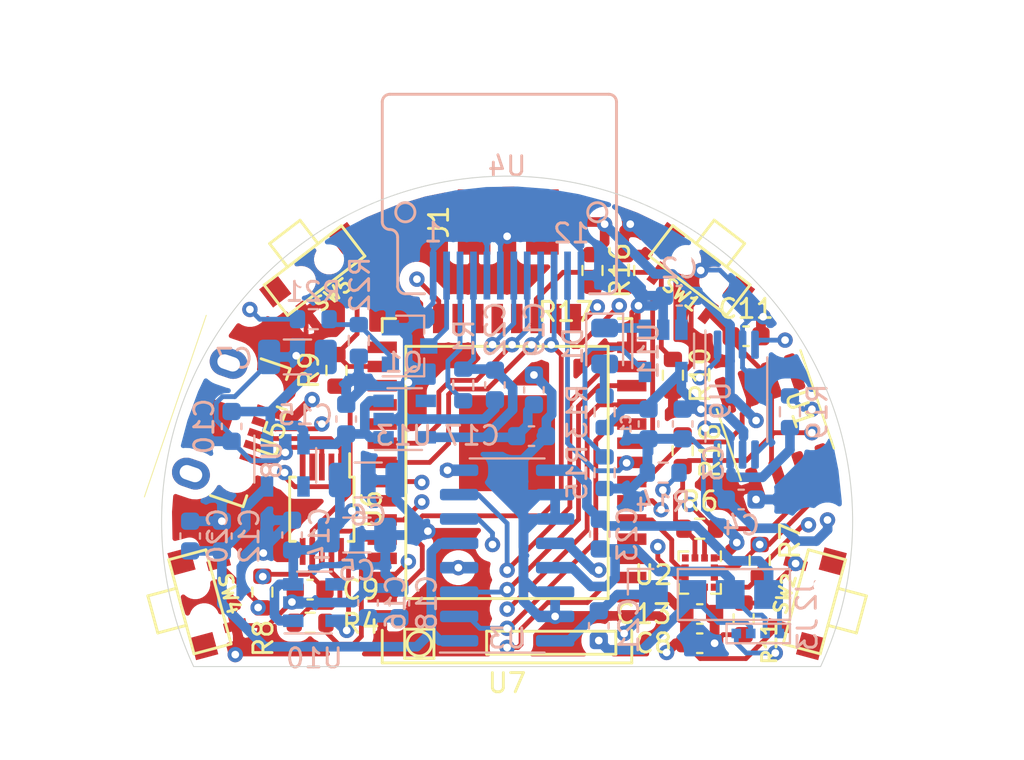
<source format=kicad_pcb>
(kicad_pcb (version 20171130) (host pcbnew "(5.1.12)-1")
  (layers (0 F.Cu power) (1 In1.Cu signal) (2 In2.Cu signal) (31 B.Cu signal) (34 B.Paste user) (35 F.Paste user) (36 B.SilkS user) (37 F.SilkS user) (38 B.Mask user) (39 F.Mask user) (44 Edge.Cuts user))
  (net 0 "")
  (net 1 /VBUS)
  (net 2 GND)
  (net 3 /VBAT)
  (net 4 /VCC)
  (net 5 +3V3)
  (net 6 /3V3_2)
  (net 7 "Net-(D1-Pad2)")
  (net 8 "Net-(D1-Pad1)")
  (net 9 /LEDK)
  (net 10 "Net-(Q1-Pad1)")
  (net 11 "Net-(R1-Pad2)")
  (net 12 /TX)
  (net 13 "Net-(R4-Pad1)")
  (net 14 /SDA)
  (net 15 /SCL)
  (net 16 /EN)
  (net 17 /FLASH)
  (net 18 /BTN2)
  (net 19 /BTN3)
  (net 20 "Net-(R14-Pad1)")
  (net 21 "Net-(R15-Pad1)")
  (net 22 /B_MON)
  (net 23 /RTC_INT)
  (net 24 /STAT_PWR)
  (net 25 /PIN_LED)
  (net 26 "Net-(U1-Pad4)")
  (net 27 "Net-(U1-Pad1)")
  (net 28 "Net-(U2-Pad4)")
  (net 29 /IO34)
  (net 30 /IO35)
  (net 31 "Net-(U2-Pad11)")
  (net 32 /TFT_DC)
  (net 33 /TFT_CS)
  (net 34 /SCK)
  (net 35 /MOSI)
  (net 36 /TFT_RST)
  (net 37 "Net-(U5-Pad2)")
  (net 38 /D_P)
  (net 39 /D_N)
  (net 40 "Net-(U6-Pad4)")
  (net 41 "Net-(U6-Pad5)")
  (net 42 "Net-(U6-Pad6)")
  (net 43 /RX)
  (net 44 "Net-(U7-Pad22)")
  (net 45 "Net-(U7-Pad21)")
  (net 46 "Net-(U7-Pad20)")
  (net 47 "Net-(U7-Pad19)")
  (net 48 "Net-(U7-Pad32)")
  (net 49 "Net-(U7-Pad24)")
  (net 50 "Net-(U7-Pad27)")
  (net 51 "Net-(U7-Pad28)")
  (net 52 "Net-(U7-Pad26)")
  (net 53 "Net-(U7-Pad4)")
  (net 54 "Net-(U7-Pad5)")
  (net 55 "Net-(U10-Pad4)")
  (net 56 "Net-(U13-Pad4)")
  (net 57 "Net-(U8-Pad4)")
  (net 58 +5V)
  (net 59 /Motor_In_A1)
  (net 60 /Motor_In_A2)
  (net 61 /Motor_In_B1)
  (net 62 /Motor_In_B2)
  (net 63 /Motor_A1)
  (net 64 /Motor_A2)
  (net 65 /Motor_B1)
  (net 66 /Motor_B2)
  (module Connector_PinHeader_2.54mm:PinHeader_1x04_P2.54mm_Vertical (layer B.Cu) (at 168.423308 129.884983 270)
    (fp_text reference J2 (at 0.0508 -7.9756 270) (layer B.SilkS) (effects (justify mirror)))
    (fp_text value Conn_01x04 hide)
    (pad 1 smd rect (at 0 0 270) (size 1.5 1.5) (layers B.Cu B.Paste B.Mask) (net 63 /Motor_A1))
    (pad 2 smd rect (at 0 -2 270) (size 1.5 1.5) (layers B.Cu B.Paste B.Mask) (net 64 /Motor_A2))
    (pad 3 smd rect (at 0 -4 270) (size 1.5 1.5) (layers B.Cu B.Paste B.Mask) (net 65 /Motor_B1))
    (pad 4 smd rect (at 0 -6 270) (size 1.5 1.5) (layers B.Cu B.Paste B.Mask) (net 66 /Motor_B2))
  )
  (module Connector_PinHeader_2.54mm:PinHeader_1x04_P2.54mm_Vertical (layer B.Cu) (at 172.741308 131.916983 270)
    (fp_text reference J3 (at 0.0508 -3.7084 270) (layer B.SilkS) (effects (justify mirror)))
    (fp_text value Conn_01x04 hide)
    (pad 4 smd rect (at 0 -2.25 270) (size 0.5 0.5) (layers B.Cu B.Paste B.Mask) (net 66 /Motor_B2))
    (pad 3 smd rect (at 0 -1.5 270) (size 0.5 0.5) (layers B.Cu B.Paste B.Mask) (net 65 /Motor_B1))
    (pad 2 smd rect (at 0 -0.75 270) (size 0.5 0.5) (layers B.Cu B.Paste B.Mask) (net 64 /Motor_A2))
    (pad 1 smd rect (at 0 0 270) (size 0.5 0.5) (layers B.Cu B.Paste B.Mask) (net 63 /Motor_A1))
  )
  (module Capacitor_SMD:C_0603_1608Metric (layer B.Cu) (at 165.629308 126.735383 90)
    (fp_text reference C23 (at 0 1.43 90) (layer B.SilkS) (effects (justify mirror)))
    (fp_text value 0.1u)
    (pad 2 smd roundrect (at 0.775 0 90) (size 0.9 0.95) (layers B.Cu B.Paste B.Mask) (net 66 /Motor_B2))
    (pad 1 smd roundrect (at -0.775 0 90) (size 0.9 0.95) (layers B.Cu B.Paste B.Mask) (net 65 /Motor_B1))
  )
  (module Capacitor_SMD:C_0603_1608Metric (layer B.Cu) (at 165.578508 131.510583 270)
    (fp_text reference C21 (at 0 -1.5748 90) (layer B.SilkS) (effects (justify mirror)))
    (fp_text value 0.1u)
    (pad 2 smd roundrect (at 0.775 0 270) (size 0.9 0.95) (layers B.Cu B.Paste B.Mask) (net 64 /Motor_A2))
    (pad 1 smd roundrect (at -0.775 0 270) (size 0.9 0.95) (layers B.Cu B.Paste B.Mask) (net 63 /Motor_A1))
  )
  (module Package_SO:SOP-16_3.9x9.9mm_P1.27mm (layer B.Cu) (at 160.803308 127.852983)
    (fp_text reference U3 (at 0 4.318) (layer B.SilkS) (effects (justify mirror)))
    (fp_text value L298N_MX1508)
    (pad 16 smd roundrect (at 2.5 4.445) (size 2 0.6) (layers B.Cu B.Paste B.Mask) (net 63 /Motor_A1))
    (pad 15 smd roundrect (at 2.5 3.175) (size 2 0.6) (layers B.Cu B.Paste B.Mask) (net 2 GND))
    (pad 14 smd roundrect (at 2.5 1.905) (size 2 0.6) (layers B.Cu B.Paste B.Mask) (net 2 GND))
    (pad 13 smd roundrect (at 2.5 0.635) (size 2 0.6) (layers B.Cu B.Paste B.Mask) (net 65 /Motor_B1))
    (pad 12 smd roundrect (at 2.5 -0.635) (size 2 0.6) (layers B.Cu B.Paste B.Mask) (net 64 /Motor_A2))
    (pad 11 smd roundrect (at 2.5 -1.905) (size 2 0.6) (layers B.Cu B.Paste B.Mask) (net 2 GND))
    (pad 10 smd roundrect (at 2.5 -3.175) (size 2 0.6) (layers B.Cu B.Paste B.Mask) (net 2 GND))
    (pad 9 smd roundrect (at 2.5 -4.445) (size 2 0.6) (layers B.Cu B.Paste B.Mask) (net 66 /Motor_B2))
    (pad 8 smd roundrect (at -2.5 -4.445) (size 2 0.6) (layers B.Cu B.Paste B.Mask) (net 4 /VCC))
    (pad 7 smd roundrect (at -2.5 -3.175) (size 2 0.6) (layers B.Cu B.Paste B.Mask) (net 62 /Motor_In_B2))
    (pad 6 smd roundrect (at -2.5 -1.905) (size 2 0.6) (layers B.Cu B.Paste B.Mask) (net 60 /Motor_In_A2))
    (pad 5 smd roundrect (at -2.5 -0.635) (size 2 0.6) (layers B.Cu B.Paste B.Mask) (net 58 +5V))
    (pad 4 smd roundrect (at -2.5 0.635) (size 2 0.6) (layers B.Cu B.Paste B.Mask) (net 4 /VCC))
    (pad 3 smd roundrect (at -2.5 1.905) (size 2 0.6) (layers B.Cu B.Paste B.Mask) (net 61 /Motor_In_B1))
    (pad 2 smd roundrect (at -2.5 3.175) (size 2 0.6) (layers B.Cu B.Paste B.Mask) (net 59 /Motor_In_A1))
    (pad 1 smd roundrect (at -2.5 4.445) (size 2 0.6) (layers B.Cu B.Paste B.Mask) (net 58 +5V))
  )
  (module Package_TO_SOT_SMD:SOT-23-5 (layer B.Cu) (at 149.246308 123.153983 270)
    (fp_text reference U8 (at -0.2794 0.6858 90) (layer B.SilkS) (effects (justify mirror)))
    (fp_text value XC6209)
    (pad 5 smd rect (at 1.1 0.95 270) (size 1.06 0.65) (layers B.Cu B.Paste B.Mask) (net 58 +5V))
    (pad 4 smd rect (at 1.1 -0.95 270) (size 1.06 0.65) (layers B.Cu B.Paste B.Mask) (net 57 "Net-(U8-Pad4)"))
    (pad 3 smd rect (at -1.1 -0.95 270) (size 1.06 0.65) (layers B.Cu B.Paste B.Mask) (net 4 /VCC))
    (pad 2 smd rect (at -1.1 0 270) (size 1.06 0.65) (layers B.Cu B.Paste B.Mask) (net 2 GND))
    (pad 1 smd rect (at -1.1 0.95 270) (size 1.06 0.65) (layers B.Cu B.Paste B.Mask) (net 4 /VCC))
  )
  (module Capacitor_SMD:C_0603_1608Metric (layer B.Cu) (at 144.293308 126.836983 90)
    (fp_text reference C20 (at 0 1.43 90) (layer B.SilkS) (effects (justify mirror)))
    (fp_text value 0.1u)
    (pad 2 smd roundrect (at 0.775 0 90) (size 0.9 0.95) (layers B.Cu B.Paste B.Mask) (net 2 GND))
    (pad 1 smd roundrect (at -0.775 0 90) (size 0.9 0.95) (layers B.Cu B.Paste B.Mask) (net 58 +5V))
  )
  (module Capacitor_SMD:C_0603_1608Metric (layer B.Cu) (at 145.944308 126.836983 90)
    (fp_text reference C12 (at 0 1.43 90) (layer B.SilkS) (effects (justify mirror)))
    (fp_text value 4.7u)
    (pad 2 smd roundrect (at 0.775 0 90) (size 0.9 0.95) (layers B.Cu B.Paste B.Mask) (net 2 GND))
    (pad 1 smd roundrect (at -0.775 0 90) (size 0.9 0.95) (layers B.Cu B.Paste B.Mask) (net 58 +5V))
  )
  (module Capacitor_SMD:C_0603_1608Metric (layer B.Cu) (at 146.452308 121.121983 270)
    (fp_text reference C10 (at 0 1.43 90) (layer B.SilkS) (effects (justify mirror)))
    (fp_text value 0.1u)
    (pad 2 smd roundrect (at 0.775 0 270) (size 0.9 0.95) (layers B.Cu B.Paste B.Mask) (net 2 GND))
    (pad 1 smd roundrect (at -0.775 0 270) (size 0.9 0.95) (layers B.Cu B.Paste B.Mask) (net 4 /VCC))
  )
  (module Capacitor_SMD:C_1206_3216Metric (layer B.Cu) (at 149.881308 117.502483 180)
    (fp_text reference C7 (at 3.302 -0.0889) (layer B.SilkS) (effects (justify mirror)))
    (fp_text value 100u)
    (pad 2 smd roundrect (at 1.475 0 180) (size 1.15 1.8) (layers B.Cu B.Paste B.Mask) (roundrect_rratio 0.2173904347826087) (net 2 GND))
    (pad 1 smd roundrect (at -1.475 0 180) (size 1.15 1.8) (layers B.Cu B.Paste B.Mask) (roundrect_rratio 0.2173904347826087) (net 4 /VCC))
  )
  (module Package_SO:SOIC-8_3.9x4.9mm_P1.27mm (layer F.Cu) (at 174.773308 121.248983 288.8)
    (fp_text reference U1 (at -0.552518 -1.529667 108.8) (layer F.SilkS))
    (fp_text value DS3231MZ)
    (pad 8 smd roundrect (at 2.475 -1.905 288.8) (size 1.95 0.6) (layers F.Cu F.Paste F.Mask) (net 15 /SCL))
    (pad 7 smd roundrect (at 2.475 -0.635 288.8) (size 1.95 0.6) (layers F.Cu F.Paste F.Mask) (net 14 /SDA))
    (pad 6 smd roundrect (at 2.475 0.635 288.8) (size 1.95 0.6) (layers F.Cu F.Paste F.Mask) (net 5 +3V3))
    (pad 5 smd roundrect (at 2.475 1.905 288.8) (size 1.95 0.6) (layers F.Cu F.Paste F.Mask) (net 2 GND))
    (pad 4 smd roundrect (at -2.475 1.905 288.8) (size 1.95 0.6) (layers F.Cu F.Paste F.Mask) (net 26 "Net-(U1-Pad4)"))
    (pad 3 smd roundrect (at -2.475 0.635 288.8) (size 1.95 0.6) (layers F.Cu F.Paste F.Mask) (net 23 /RTC_INT))
    (pad 2 smd roundrect (at -2.475 -0.635 288.8) (size 1.95 0.6) (layers F.Cu F.Paste F.Mask) (net 5 +3V3))
    (pad 1 smd roundrect (at -2.475 -1.905 288.8) (size 1.95 0.6) (layers F.Cu F.Paste F.Mask) (net 27 "Net-(U1-Pad1)"))
  )
  (module Package_TO_SOT_SMD:SOT-23-5 (layer B.Cu) (at 155.469308 120.740983)
    (fp_text reference U13 (at -0.0508 0.8636) (layer B.SilkS) (effects (justify mirror)))
    (fp_text value XC6209)
    (pad 5 smd rect (at 1.1 0.95) (size 1.06 0.65) (layers B.Cu B.Paste B.Mask) (net 6 /3V3_2))
    (pad 4 smd rect (at 1.1 -0.95) (size 1.06 0.65) (layers B.Cu B.Paste B.Mask) (net 56 "Net-(U13-Pad4)"))
    (pad 3 smd rect (at -1.1 -0.95) (size 1.06 0.65) (layers B.Cu B.Paste B.Mask) (net 4 /VCC))
    (pad 2 smd rect (at -1.1 0) (size 1.06 0.65) (layers B.Cu B.Paste B.Mask) (net 2 GND))
    (pad 1 smd rect (at -1.1 0.95) (size 1.06 0.65) (layers B.Cu B.Paste B.Mask) (net 4 /VCC))
  )
  (module Resistor_SMD:R_0603_1608Metric (layer F.Cu) (at 150.541708 131.358183)
    (fp_text reference R4 (at 2.6416 0.0508) (layer F.SilkS))
    (fp_text value 470R)
    (pad 2 smd roundrect (at 0.825 0) (size 0.8 0.95) (layers F.Cu F.Paste F.Mask) (net 12 /TX))
    (pad 1 smd roundrect (at -0.825 0) (size 0.8 0.95) (layers F.Cu F.Paste F.Mask) (net 13 "Net-(R4-Pad1)"))
  )
  (module open-Smartwatch:ttgo-32-micro (layer F.Cu) (at 160.79724 124 180)
    (fp_text reference U7 (at 0 -10.5) (layer F.SilkS))
    (fp_text value ttgo-32-micro)
    (pad 23 smd rect (at 3.556 8.5 270) (size 1.524 0.6) (layers F.Cu F.Paste F.Mask) (net 24 /STAT_PWR))
    (pad 22 smd rect (at 2.54 8.5 270) (size 1.524 0.6) (layers F.Cu F.Paste F.Mask) (net 44 "Net-(U7-Pad22)"))
    (pad 21 smd rect (at 1.524 8.5 270) (size 1.524 0.6) (layers F.Cu F.Paste F.Mask) (net 45 "Net-(U7-Pad21)"))
    (pad 20 smd rect (at 0.508 8.5 270) (size 1.524 0.6) (layers F.Cu F.Paste F.Mask) (net 46 "Net-(U7-Pad20)"))
    (pad 19 smd rect (at -0.508 8.5 270) (size 1.524 0.6) (layers F.Cu F.Paste F.Mask) (net 47 "Net-(U7-Pad19)"))
    (pad 18 smd rect (at -1.524 8.5 270) (size 1.524 0.6) (layers F.Cu F.Paste F.Mask) (net 18 /BTN2))
    (pad 17 smd rect (at -2.54 8.5 270) (size 1.524 0.6) (layers F.Cu F.Paste F.Mask) (net 25 /PIN_LED))
    (pad 16 smd rect (at -3.556 8.5 270) (size 1.524 0.6) (layers F.Cu F.Paste F.Mask) (net 19 /BTN3))
    (pad 32 smd rect (at 6.5 -1 180) (size 1.524 0.6) (layers F.Cu F.Paste F.Mask) (net 48 "Net-(U7-Pad32)"))
    (pad 38 smd rect (at 6.5 -7 180) (size 1.524 0.6) (layers F.Cu F.Paste F.Mask) (net 2 GND))
    (pad 29 smd rect (at 6.5 2 180) (size 1.524 0.6) (layers F.Cu F.Paste F.Mask) (net 33 /TFT_CS))
    (pad 30 smd rect (at 6.5 1 180) (size 1.524 0.6) (layers F.Cu F.Paste F.Mask) (net 34 /SCK))
    (pad 37 smd rect (at 6.5 -6 180) (size 1.524 0.6) (layers F.Cu F.Paste F.Mask) (net 35 /MOSI))
    (pad 36 smd rect (at 6.5 -5 180) (size 1.524 0.6) (layers F.Cu F.Paste F.Mask) (net 15 /SCL))
    (pad 35 smd rect (at 6.5 -4 180) (size 1.524 0.6) (layers F.Cu F.Paste F.Mask) (net 12 /TX))
    (pad 34 smd rect (at 6.5 -3 180) (size 1.524 0.6) (layers F.Cu F.Paste F.Mask) (net 43 /RX))
    (pad 24 smd rect (at 6.5 7 180) (size 1.524 0.6) (layers F.Cu F.Paste F.Mask) (net 49 "Net-(U7-Pad24)"))
    (pad 25 smd rect (at 6.5 6 180) (size 1.524 0.6) (layers F.Cu F.Paste F.Mask) (net 17 /FLASH))
    (pad 31 smd rect (at 6.5 0 180) (size 1.524 0.6) (layers F.Cu F.Paste F.Mask) (net 32 /TFT_DC))
    (pad 27 smd rect (at 6.5 4 180) (size 1.524 0.6) (layers F.Cu F.Paste F.Mask) (net 50 "Net-(U7-Pad27)"))
    (pad 33 smd rect (at 6.5 -2 180) (size 1.524 0.6) (layers F.Cu F.Paste F.Mask) (net 14 /SDA))
    (pad 28 smd rect (at 6.5 3 180) (size 1.524 0.6) (layers F.Cu F.Paste F.Mask) (net 51 "Net-(U7-Pad28)"))
    (pad 26 smd rect (at 6.5 5 180) (size 1.524 0.6) (layers F.Cu F.Paste F.Mask) (net 52 "Net-(U7-Pad26)"))
    (pad 1 smd rect (at -6.5 -7 180) (size 1.524 0.6) (layers F.Cu F.Paste F.Mask) (net 2 GND))
    (pad 2 smd rect (at -6.5 -6 180) (size 1.524 0.6) (layers F.Cu F.Paste F.Mask) (net 5 +3V3))
    (pad 3 smd rect (at -6.5 -5 180) (size 1.524 0.6) (layers F.Cu F.Paste F.Mask) (net 16 /EN))
    (pad 4 smd rect (at -6.5 -4 180) (size 1.524 0.6) (layers F.Cu F.Paste F.Mask) (net 53 "Net-(U7-Pad4)"))
    (pad 5 smd rect (at -6.5 -3 180) (size 1.524 0.6) (layers F.Cu F.Paste F.Mask) (net 54 "Net-(U7-Pad5)"))
    (pad 6 smd rect (at -6.5 -2 180) (size 1.524 0.6) (layers F.Cu F.Paste F.Mask) (net 29 /IO34))
    (pad 7 smd rect (at -6.5 -1 180) (size 1.524 0.6) (layers F.Cu F.Paste F.Mask) (net 30 /IO35))
    (pad 8 smd rect (at -6.5 0 180) (size 1.524 0.6) (layers F.Cu F.Paste F.Mask) (net 23 /RTC_INT))
    (pad 9 smd rect (at -6.5 1 180) (size 1.524 0.6) (layers F.Cu F.Paste F.Mask) (net 36 /TFT_RST))
    (pad 10 smd rect (at -6.5 2 180) (size 1.524 0.6) (layers F.Cu F.Paste F.Mask) (net 22 /B_MON))
    (pad 11 smd rect (at -6.5 3 180) (size 1.524 0.6) (layers F.Cu F.Paste F.Mask) (net 59 /Motor_In_A1))
    (pad 12 smd rect (at -6.5 4 180) (size 1.524 0.6) (layers F.Cu F.Paste F.Mask) (net 60 /Motor_In_A2))
    (pad 13 smd rect (at -6.5 5 180) (size 1.524 0.6) (layers F.Cu F.Paste F.Mask) (net 61 /Motor_In_B1))
    (pad 14 smd rect (at -6.5 6 180) (size 1.524 0.6) (layers F.Cu F.Paste F.Mask) (net 62 /Motor_In_B2))
    (pad 15 smd rect (at -6.5 7 180) (size 1.524 0.6) (layers F.Cu F.Paste F.Mask) (net 2 GND))
    (pad EP smd rect (at 0 2 180) (size 5 5) (layers F.Cu F.Mask))
  )
  (module Connector_PinHeader_2.54mm:PinHeader_1x02_P2.54mm_Vertical (layer F.Cu) (at 162.13074 110.46968 270)
    (fp_text reference J1 (at 0 4.883432 270) (layer F.SilkS))
    (fp_text value Conn_01x02)
    (pad 2 smd rect (at 0 3.048 270) (size 3.4 1.7) (layers F.Cu F.Paste F.Mask) (net 2 GND))
    (pad 1 smd rect (at 0 -0.508 270) (size 3.4 1.7) (layers F.Cu F.Paste F.Mask) (net 3 /VBAT))
  )
  (module open-Smartwatch:USBmicro-B (layer F.Cu) (at 145.436308 120.740983 251.2)
    (fp_text reference U5 (at 0 -3.3 71.2) (layer F.SilkS))
    (fp_text value USB-OTG)
    (pad "" np_thru_hole oval (at 2.286 -2.0955 251.2) (size 1 1) (drill oval 1) (layers *.Cu *.Mask))
    (pad "" np_thru_hole oval (at -2.286 -2.0955 251.2) (size 1 1) (drill oval 1) (layers *.Cu *.Mask))
    (pad 1 smd rect (at 1.3 -2.675 251.2) (size 0.4 1.35) (layers F.Cu F.Paste F.Mask) (net 2 GND))
    (pad 2 smd rect (at 0.65 -2.675 251.2) (size 0.4 1.35) (layers F.Cu F.Paste F.Mask) (net 37 "Net-(U5-Pad2)"))
    (pad 3 smd rect (at 0 -2.675 251.2) (size 0.4 1.35) (layers F.Cu F.Paste F.Mask) (net 38 /D_P))
    (pad 4 smd rect (at -0.65 -2.675 251.2) (size 0.4 1.35) (layers F.Cu F.Paste F.Mask) (net 39 /D_N))
    (pad 5 smd rect (at -1.3 -2.675 251.2) (size 0.4 1.35) (layers F.Cu F.Paste F.Mask) (net 1 /VBUS))
    (pad "" thru_hole oval (at 3.048 0.127 251.2) (size 1.5 2) (drill oval 0.75 1.2) (layers *.Cu *.Mask F.Paste))
    (pad "" smd rect (at 0 0 251.2) (size 2 2) (layers F.Cu F.Paste F.Mask))
    (pad "" thru_hole oval (at -3.048 0.127 251.2) (size 1.5 2) (drill oval 0.75 1.2) (layers *.Cu *.Mask F.Paste))
  )
  (module open-Smartwatch:SOT-23-5 (layer B.Cu) (at 168.931308 117.184983 270)
    (fp_text reference U11 (at 0 0.762 90) (layer B.SilkS) (effects (justify mirror)))
    (fp_text value MCP73831T-2ACI_OT)
    (pad 1 smd rect (at -1.1 0.95 270) (size 1.06 0.65) (layers B.Cu B.Paste B.Mask) (net 8 "Net-(D1-Pad1)"))
    (pad 2 smd rect (at -1.1 0 270) (size 1.06 0.65) (layers B.Cu B.Paste B.Mask) (net 2 GND))
    (pad 3 smd rect (at -1.1 -0.95 270) (size 1.06 0.65) (layers B.Cu B.Paste B.Mask) (net 3 /VBAT))
    (pad 4 smd rect (at 1.1 -0.95 270) (size 1.06 0.65) (layers B.Cu B.Paste B.Mask) (net 1 /VBUS))
    (pad 5 smd rect (at 1.1 0.95 270) (size 1.06 0.65) (layers B.Cu B.Paste B.Mask) (net 21 "Net-(R15-Pad1)"))
  )
  (module Package_TO_SOT_SMD:SOT-23-5 (layer B.Cu) (at 150.76424 130.304083)
    (fp_text reference U10 (at 0 2.9) (layer B.SilkS) (effects (justify mirror)))
    (fp_text value XC6209)
    (pad 5 smd rect (at 1.1 0.95) (size 1.06 0.65) (layers B.Cu B.Paste B.Mask) (net 5 +3V3))
    (pad 4 smd rect (at 1.1 -0.95) (size 1.06 0.65) (layers B.Cu B.Paste B.Mask) (net 55 "Net-(U10-Pad4)"))
    (pad 3 smd rect (at -1.1 -0.95) (size 1.06 0.65) (layers B.Cu B.Paste B.Mask) (net 4 /VCC))
    (pad 2 smd rect (at -1.1 0) (size 1.06 0.65) (layers B.Cu B.Paste B.Mask) (net 2 GND))
    (pad 1 smd rect (at -1.1 0.95) (size 1.06 0.65) (layers B.Cu B.Paste B.Mask) (net 4 /VCC))
  )
  (module open-Smartwatch:TSSOP-8_4.4x3mm_P0.65mm (layer B.Cu) (at 172.741308 119.724983 270)
    (fp_text reference U9 (at 0.0508 0.8128 90) (layer B.SilkS) (effects (justify mirror)))
    (fp_text value TPS2115A)
    (pad 1 smd roundrect (at -2.8625 0.975 270) (size 1.475 0.4) (layers B.Cu B.Paste B.Mask) (net 24 /STAT_PWR))
    (pad 2 smd roundrect (at -2.8625 0.325 270) (size 1.475 0.4) (layers B.Cu B.Paste B.Mask) (net 3 /VBAT))
    (pad 3 smd roundrect (at -2.8625 -0.325 270) (size 1.475 0.4) (layers B.Cu B.Paste B.Mask) (net 2 GND))
    (pad 4 smd roundrect (at -2.8625 -0.975 270) (size 1.475 0.4) (layers B.Cu B.Paste B.Mask) (net 20 "Net-(R14-Pad1)"))
    (pad 5 smd roundrect (at 2.8625 -0.975 270) (size 1.475 0.4) (layers B.Cu B.Paste B.Mask) (net 2 GND))
    (pad 6 smd roundrect (at 2.8625 -0.325 270) (size 1.475 0.4) (layers B.Cu B.Paste B.Mask) (net 1 /VBUS))
    (pad 7 smd roundrect (at 2.8625 0.325 270) (size 1.475 0.4) (layers B.Cu B.Paste B.Mask) (net 4 /VCC))
    (pad 8 smd roundrect (at 2.8625 0.975 270) (size 1.475 0.4) (layers B.Cu B.Paste B.Mask) (net 3 /VBAT))
  )
  (module open-Smartwatch:MSOP-10_3x3mm_P0.5mm (layer F.Cu) (at 151.151308 125.439983 270)
    (fp_text reference U6 (at 0 -2.6 90) (layer F.SilkS))
    (fp_text value CH340E)
    (pad 1 smd rect (at -2.2 -1 270) (size 1.4 0.3) (layers F.Cu F.Paste F.Mask) (net 38 /D_P))
    (pad 2 smd rect (at -2.2 -0.5 270) (size 1.4 0.3) (layers F.Cu F.Paste F.Mask) (net 39 /D_N))
    (pad 3 smd rect (at -2.2 0 270) (size 1.4 0.3) (layers F.Cu F.Paste F.Mask) (net 2 GND))
    (pad 4 smd rect (at -2.2 0.5 270) (size 1.4 0.3) (layers F.Cu F.Paste F.Mask) (net 40 "Net-(U6-Pad4)"))
    (pad 5 smd rect (at -2.2 1 270) (size 1.4 0.3) (layers F.Cu F.Paste F.Mask) (net 41 "Net-(U6-Pad5)"))
    (pad 6 smd rect (at 2.2 1 270) (size 1.4 0.3) (layers F.Cu F.Paste F.Mask) (net 42 "Net-(U6-Pad6)"))
    (pad 7 smd rect (at 2.2 0.5 270) (size 1.4 0.3) (layers F.Cu F.Paste F.Mask) (net 5 +3V3))
    (pad 8 smd rect (at 2.2 0 270) (size 1.4 0.3) (layers F.Cu F.Paste F.Mask) (net 43 /RX))
    (pad 9 smd rect (at 2.2 -0.5 270) (size 1.4 0.3) (layers F.Cu F.Paste F.Mask) (net 13 "Net-(R4-Pad1)"))
    (pad 10 smd rect (at 2.2 -1 270) (size 1.4 0.3) (layers F.Cu F.Paste F.Mask) (net 5 +3V3))
  )
  (module open-Smartwatch:GC9A01_IPS_display (layer B.Cu) (at 160.8 113.00968 180)
    (fp_text reference U4 (at 0 5.45 180) (layer B.SilkS) (effects (justify mirror)))
    (fp_text value GC9A01_IPS_display)
    (fp_text user 12 (at -3.35 1.95 180) (layer B.SilkS) (effects (justify mirror)))
    (fp_text user 1 (at 3.85 2 180) (layer B.SilkS) (effects (justify mirror)))
    (pad 6 smd rect (at 0.35 -0.25 180) (size 0.35 2.5) (layers B.Cu B.Paste B.Mask) (net 2 GND))
    (pad 5 smd rect (at 1.05 -0.25 180) (size 0.35 2.5) (layers B.Cu B.Paste B.Mask) (net 2 GND))
    (pad 4 smd rect (at 1.75 -0.25 180) (size 0.35 2.5) (layers B.Cu B.Paste B.Mask) (net 6 /3V3_2))
    (pad 3 smd rect (at 2.45 -0.25 180) (size 0.35 2.5) (layers B.Cu B.Paste B.Mask) (net 11 "Net-(R1-Pad2)"))
    (pad 2 smd rect (at 3.15 -0.25 180) (size 0.35 2.5) (layers B.Cu B.Paste B.Mask) (net 9 /LEDK))
    (pad 1 smd rect (at 3.85 -0.25 180) (size 0.35 2.5) (layers B.Cu B.Paste B.Mask) (net 2 GND))
    (pad 7 smd rect (at -0.35 -0.25 180) (size 0.35 2.5) (layers B.Cu B.Paste B.Mask) (net 32 /TFT_DC))
    (pad 8 smd rect (at -1.05 -0.25 180) (size 0.35 2.5) (layers B.Cu B.Paste B.Mask) (net 33 /TFT_CS))
    (pad 9 smd rect (at -1.75 -0.25 180) (size 0.35 2.5) (layers B.Cu B.Paste B.Mask) (net 34 /SCK))
    (pad 10 smd rect (at -2.45 -0.25 180) (size 0.35 2.5) (layers B.Cu B.Paste B.Mask) (net 35 /MOSI))
    (pad 11 smd rect (at -3.15 -0.25 180) (size 0.35 2.5) (layers B.Cu B.Paste B.Mask) (net 36 /TFT_RST))
    (pad 12 smd rect (at -3.85 -0.25 180) (size 0.35 2.5) (layers B.Cu B.Paste B.Mask) (net 2 GND))
  )
  (module open-Smartwatch:LGA-12_2x2mm_P0.5mm (layer F.Cu) (at 170.836308 128.741983 270)
    (fp_text reference U2 (at 0.127 2.413 180) (layer F.SilkS))
    (fp_text value BMA400)
    (pad 2 smd rect (at -0.7625 -0.25 270) (size 0.375 0.35) (layers F.Cu F.Paste F.Mask) (net 14 /SDA))
    (pad 3 smd rect (at -0.7625 0.25 270) (size 0.375 0.35) (layers F.Cu F.Paste F.Mask) (net 5 +3V3))
    (pad 9 smd rect (at 0.7625 -0.25 270) (size 0.375 0.35) (layers F.Cu F.Paste F.Mask) (net 2 GND))
    (pad 8 smd rect (at 0.7625 0.25 270) (size 0.375 0.35) (layers F.Cu F.Paste F.Mask) (net 2 GND))
    (pad 4 smd rect (at -0.7625 0.75 270) (size 0.375 0.35) (layers F.Cu F.Paste F.Mask) (net 28 "Net-(U2-Pad4)"))
    (pad 7 smd rect (at 0.7625 0.75 270) (size 0.375 0.35) (layers F.Cu F.Paste F.Mask) (net 5 +3V3))
    (pad 1 smd rect (at -0.7625 -0.75 270) (size 0.375 0.35) (layers F.Cu F.Paste F.Mask) (net 2 GND))
    (pad 10 smd rect (at 0.7625 -0.75 270) (size 0.375 0.35) (layers F.Cu F.Paste F.Mask) (net 5 +3V3))
    (pad 5 smd rect (at -0.25 0.7625) (size 0.375 0.35) (layers F.Cu F.Paste F.Mask) (net 29 /IO34))
    (pad 6 smd rect (at 0.25 0.7625) (size 0.375 0.35) (layers F.Cu F.Paste F.Mask) (net 30 /IO35))
    (pad 11 smd rect (at 0.25 -0.7625) (size 0.375 0.35) (layers F.Cu F.Paste F.Mask) (net 31 "Net-(U2-Pad11)"))
    (pad 12 smd rect (at -0.25 -0.7625) (size 0.375 0.35) (layers F.Cu F.Paste F.Mask) (net 15 /SCL))
  )
  (module open-Smartwatch:button_side_smd (layer F.Cu) (at 150.770308 113 127.5)
    (fp_text reference SW5 (at -1.5875 0 217.5) (layer F.SilkS) (effects (font (size 0.7 0.7))))
    (fp_text value SW_Push)
    (pad "" np_thru_hole circle (at 0 0.9525 217.5) (size 0.55 0.55) (drill 0.55) (layers *.Cu *.Mask))
    (pad "" np_thru_hole circle (at 0 -0.889 127.5) (size 0.55 0.55) (drill 0.55) (layers *.Cu *.Mask))
    (pad 1 smd rect (at -1.4605 -1.675 127.5) (size 1.2 0.5) (layers F.Cu F.Paste F.Mask) (net 2 GND))
    (pad 2 smd rect (at -1.4605 1.675 127.5) (size 1.2 0.5) (layers F.Cu F.Paste F.Mask) (net 17 /FLASH))
    (pad "" smd rect (at 0.381 -2.286 127.5) (size 1.2 1.2) (layers F.Cu F.Paste F.Mask))
    (pad "" smd rect (at 0.381 2.286 127.5) (size 1.2 1.2) (layers F.Cu F.Paste F.Mask))
  )
  (module open-Smartwatch:button_side_smd (layer F.Cu) (at 144.801308 130.265983 195)
    (fp_text reference SW4 (at -1.5875 0 285) (layer F.SilkS) (effects (font (size 0.7 0.7))))
    (fp_text value SW_Push)
    (pad "" np_thru_hole circle (at 0 0.9525 285) (size 0.55 0.55) (drill 0.55) (layers *.Cu *.Mask))
    (pad "" np_thru_hole circle (at 0 -0.889 195) (size 0.55 0.55) (drill 0.55) (layers *.Cu *.Mask))
    (pad 1 smd rect (at -1.4605 -1.675 195) (size 1.2 0.5) (layers F.Cu F.Paste F.Mask) (net 2 GND))
    (pad 2 smd rect (at -1.4605 1.675 195) (size 1.2 0.5) (layers F.Cu F.Paste F.Mask) (net 16 /EN))
    (pad "" smd rect (at 0.381 -2.286 195) (size 1.2 1.2) (layers F.Cu F.Paste F.Mask))
    (pad "" smd rect (at 0.381 2.286 195) (size 1.2 1.2) (layers F.Cu F.Paste F.Mask))
  )
  (module open-Smartwatch:button_side_smd (layer F.Cu) (at 176.805308 130.265983 345)
    (fp_text reference SW2 (at -1.5875 0 255) (layer F.SilkS) (effects (font (size 0.7 0.7))))
    (fp_text value SW_Push)
    (pad "" np_thru_hole circle (at 0 0.9525 75) (size 0.55 0.55) (drill 0.55) (layers *.Cu *.Mask))
    (pad "" np_thru_hole circle (at 0 -0.889 345) (size 0.55 0.55) (drill 0.55) (layers *.Cu *.Mask))
    (pad 1 smd rect (at -1.4605 -1.675 345) (size 1.2 0.5) (layers F.Cu F.Paste F.Mask) (net 19 /BTN3))
    (pad 2 smd rect (at -1.4605 1.675 345) (size 1.2 0.5) (layers F.Cu F.Paste F.Mask) (net 5 +3V3))
    (pad "" smd rect (at 0.381 -2.286 345) (size 1.2 1.2) (layers F.Cu F.Paste F.Mask))
    (pad "" smd rect (at 0.381 2.286 345) (size 1.2 1.2) (layers F.Cu F.Paste F.Mask))
  )
  (module open-Smartwatch:button_side_smd (layer F.Cu) (at 170.836308 112.993983 52.5)
    (fp_text reference SW1 (at -1.5875 0 322.5) (layer F.SilkS) (effects (font (size 0.7 0.7))))
    (fp_text value SW_Push)
    (pad "" np_thru_hole circle (at 0 0.9525 142.5) (size 0.55 0.55) (drill 0.55) (layers *.Cu *.Mask))
    (pad "" np_thru_hole circle (at 0 -0.889 52.5) (size 0.55 0.55) (drill 0.55) (layers *.Cu *.Mask))
    (pad 1 smd rect (at -1.4605 -1.675 52.5) (size 1.2 0.5) (layers F.Cu F.Paste F.Mask) (net 18 /BTN2))
    (pad 2 smd rect (at -1.4605 1.675 52.5) (size 1.2 0.5) (layers F.Cu F.Paste F.Mask) (net 5 +3V3))
    (pad "" smd rect (at 0.381 -2.286 52.5) (size 1.2 1.2) (layers F.Cu F.Paste F.Mask))
    (pad "" smd rect (at 0.381 2.286 52.5) (size 1.2 1.2) (layers F.Cu F.Paste F.Mask))
  )
  (module Resistor_SMD:R_0603_1608Metric (layer B.Cu) (at 153.07818 116.64188 90)
    (fp_text reference R22 (at 2.911297 0.054328 90) (layer B.SilkS) (effects (justify mirror)))
    (fp_text value 1M)
    (pad 2 smd roundrect (at 0.825 0 90) (size 0.8 0.95) (layers B.Cu B.Paste B.Mask) (net 10 "Net-(Q1-Pad1)"))
    (pad 1 smd roundrect (at -0.825 0 90) (size 0.8 0.95) (layers B.Cu B.Paste B.Mask) (net 2 GND))
  )
  (module Resistor_SMD:R_0603_1608Metric (layer B.Cu) (at 150.706808 115.533983 180)
    (fp_text reference R21 (at 0 1.43) (layer B.SilkS) (effects (justify mirror)))
    (fp_text value 10k)
    (pad 2 smd roundrect (at 0.825 0 180) (size 0.8 0.95) (layers B.Cu B.Paste B.Mask) (net 25 /PIN_LED))
    (pad 1 smd roundrect (at -0.825 0 180) (size 0.8 0.95) (layers B.Cu B.Paste B.Mask) (net 10 "Net-(Q1-Pad1)"))
  )
  (module Resistor_SMD:R_0603_1608Metric (layer B.Cu) (at 175.535308 120.359983 90)
    (fp_text reference R19 (at 0 1.43 270) (layer B.SilkS) (effects (justify mirror)))
    (fp_text value 220k)
    (pad 2 smd roundrect (at 0.825 0 90) (size 0.8 0.95) (layers B.Cu B.Paste B.Mask) (net 24 /STAT_PWR))
    (pad 1 smd roundrect (at -0.825 0 90) (size 0.8 0.95) (layers B.Cu B.Paste B.Mask) (net 4 /VCC))
  )
  (module Resistor_SMD:R_0603_1608Metric (layer F.Cu) (at 169.947308 122.391983 270)
    (fp_text reference R18 (at 0 -1.43 90) (layer F.SilkS))
    (fp_text value 2.2K)
    (pad 2 smd roundrect (at 0.825 0 270) (size 0.8 0.95) (layers F.Cu F.Paste F.Mask) (net 5 +3V3))
    (pad 1 smd roundrect (at -0.825 0 270) (size 0.8 0.95) (layers F.Cu F.Paste F.Mask) (net 23 /RTC_INT))
  )
  (module Resistor_SMD:R_0603_1608Metric (layer F.Cu) (at 166.899308 112.993983 90)
    (fp_text reference R17 (at -2.159 -3.048 180) (layer F.SilkS))
    (fp_text value 10k)
    (pad 2 smd roundrect (at 0.825 0 90) (size 0.8 0.95) (layers F.Cu F.Paste F.Mask) (net 2 GND))
    (pad 1 smd roundrect (at -0.825 0 90) (size 0.8 0.95) (layers F.Cu F.Paste F.Mask) (net 22 /B_MON))
  )
  (module Resistor_SMD:R_0603_1608Metric (layer F.Cu) (at 165.248308 112.993983 270)
    (fp_text reference R16 (at 0 -1.43 90) (layer F.SilkS))
    (fp_text value 200k)
    (pad 2 smd roundrect (at 0.825 0 270) (size 0.8 0.95) (layers F.Cu F.Paste F.Mask) (net 22 /B_MON))
    (pad 1 smd roundrect (at -0.825 0 270) (size 0.8 0.95) (layers F.Cu F.Paste F.Mask) (net 3 /VBAT))
  )
  (module Resistor_SMD:R_0603_1608Metric (layer B.Cu) (at 165.883308 123.534983 270)
    (fp_text reference R15 (at 0 1.43 90) (layer B.SilkS) (effects (justify mirror)))
    (fp_text value 5k)
    (pad 2 smd roundrect (at 0.825 0 270) (size 0.8 0.95) (layers B.Cu B.Paste B.Mask) (net 2 GND))
    (pad 1 smd roundrect (at -0.825 0 270) (size 0.8 0.95) (layers B.Cu B.Paste B.Mask) (net 21 "Net-(R15-Pad1)"))
  )
  (module Resistor_SMD:R_0603_1608Metric (layer B.Cu) (at 168.931308 123.534983 180)
    (fp_text reference R14 (at 0 -1.524 180) (layer B.SilkS) (effects (justify mirror)))
    (fp_text value 510R)
    (pad 2 smd roundrect (at 0.825 0 180) (size 0.8 0.95) (layers B.Cu B.Paste B.Mask) (net 2 GND))
    (pad 1 smd roundrect (at -0.825 0 180) (size 0.8 0.95) (layers B.Cu B.Paste B.Mask) (net 20 "Net-(R14-Pad1)"))
  )
  (module Resistor_SMD:R_0603_1608Metric (layer B.Cu) (at 165.883308 120.359983 270)
    (fp_text reference R13 (at 0 1.43 90) (layer B.SilkS) (effects (justify mirror)))
    (fp_text value 470R)
    (pad 2 smd roundrect (at 0.825 0 270) (size 0.8 0.95) (layers B.Cu B.Paste B.Mask) (net 1 /VBUS))
    (pad 1 smd roundrect (at -0.825 0 270) (size 0.8 0.95) (layers B.Cu B.Paste B.Mask) (net 7 "Net-(D1-Pad2)"))
  )
  (module Resistor_SMD:R_0603_1608Metric (layer F.Cu) (at 173.122308 131.154983 270)
    (fp_text reference R11 (at 1.27 -1.3462 270) (layer F.SilkS) (effects (font (size 0.75 0.75))))
    (fp_text value 10k)
    (pad 2 smd roundrect (at 0.825 0 270) (size 0.8 0.95) (layers F.Cu F.Paste F.Mask) (net 2 GND))
    (pad 1 smd roundrect (at -0.825 0 270) (size 0.8 0.95) (layers F.Cu F.Paste F.Mask) (net 19 /BTN3))
  )
  (module Resistor_SMD:R_0603_1608Metric (layer F.Cu) (at 169.439308 118.454983 270)
    (fp_text reference R10 (at 0 -1.43 90) (layer F.SilkS))
    (fp_text value 10k)
    (pad 2 smd roundrect (at 0.825 0 270) (size 0.8 0.95) (layers F.Cu F.Paste F.Mask) (net 2 GND))
    (pad 1 smd roundrect (at -0.825 0 270) (size 0.8 0.95) (layers F.Cu F.Paste F.Mask) (net 18 /BTN2))
  )
  (module Resistor_SMD:R_0603_1608Metric (layer F.Cu) (at 151.913308 118.200983 90)
    (fp_text reference R9 (at 0 -1.43 90) (layer F.SilkS))
    (fp_text value 10k)
    (pad 2 smd roundrect (at 0.825 0 90) (size 0.8 0.95) (layers F.Cu F.Paste F.Mask) (net 17 /FLASH))
    (pad 1 smd roundrect (at -0.825 0 90) (size 0.8 0.95) (layers F.Cu F.Paste F.Mask) (net 5 +3V3))
  )
  (module Resistor_SMD:R_0603_1608Metric (layer F.Cu) (at 148.052508 129.757983 270)
    (fp_text reference R8 (at 2.413 -0.0508 90) (layer F.SilkS))
    (fp_text value 10k)
    (pad 2 smd roundrect (at 0.825 0 270) (size 0.8 0.95) (layers F.Cu F.Paste F.Mask) (net 16 /EN))
    (pad 1 smd roundrect (at -0.825 0 270) (size 0.8 0.95) (layers F.Cu F.Paste F.Mask) (net 5 +3V3))
  )
  (module Resistor_SMD:R_0603_1608Metric (layer F.Cu) (at 173.960508 128.106983 90)
    (fp_text reference R7 (at 1.016 1.5748 90) (layer F.SilkS))
    (fp_text value 1k)
    (pad 2 smd roundrect (at 0.825 0 90) (size 0.8 0.95) (layers F.Cu F.Paste F.Mask) (net 15 /SCL))
    (pad 1 smd roundrect (at -0.825 0 90) (size 0.8 0.95) (layers F.Cu F.Paste F.Mask) (net 5 +3V3))
  )
  (module Resistor_SMD:R_0603_1608Metric (layer F.Cu) (at 170.836308 126.455983)
    (fp_text reference R6 (at 0 -1.43) (layer F.SilkS))
    (fp_text value 1k)
    (pad 2 smd roundrect (at 0.825 0) (size 0.8 0.95) (layers F.Cu F.Paste F.Mask) (net 14 /SDA))
    (pad 1 smd roundrect (at -0.825 0) (size 0.8 0.95) (layers F.Cu F.Paste F.Mask) (net 5 +3V3))
  )
  (module Resistor_SMD:R_0603_1608Metric (layer B.Cu) (at 158.517308 118.962983 270)
    (fp_text reference R1 (at -2.4384 -0.0508 90) (layer B.SilkS) (effects (justify mirror)))
    (fp_text value 22)
    (pad 2 smd roundrect (at 0.825 0 270) (size 0.8 0.95) (layers B.Cu B.Paste B.Mask) (net 11 "Net-(R1-Pad2)"))
    (pad 1 smd roundrect (at -0.825 0 270) (size 0.8 0.95) (layers B.Cu B.Paste B.Mask) (net 6 /3V3_2))
  )
  (module Package_TO_SOT_SMD:SOT-23 (layer B.Cu) (at 155.723308 116.930983)
    (fp_text reference Q1 (at -0.3048 0.8636) (layer B.SilkS) (effects (justify mirror)))
    (fp_text value 2N7002)
    (pad 1 smd rect (at -1 0.95) (size 0.9 0.8) (layers B.Cu B.Paste B.Mask) (net 10 "Net-(Q1-Pad1)"))
    (pad 2 smd rect (at -1 -0.95) (size 0.9 0.8) (layers B.Cu B.Paste B.Mask) (net 2 GND))
    (pad 3 smd rect (at 1 0) (size 0.9 0.8) (layers B.Cu B.Paste B.Mask) (net 9 /LEDK))
  )
  (module LED_SMD:LED_0805_2012Metric (layer B.Cu) (at 165.883308 116.930983 270)
    (fp_text reference D1 (at 0 1.65 270) (layer B.SilkS) (effects (justify mirror)))
    (fp_text value LED_Green)
    (pad 2 smd roundrect (at 0.9375 0 270) (size 0.975 1.4) (layers B.Cu B.Paste B.Mask) (net 7 "Net-(D1-Pad2)"))
    (pad 1 smd roundrect (at -0.9375 0 270) (size 0.975 1.4) (layers B.Cu B.Paste B.Mask) (net 8 "Net-(D1-Pad1)"))
  )
  (module Capacitor_SMD:C_0603_1608Metric (layer B.Cu) (at 160.168308 118.962983 270)
    (fp_text reference C22 (at -2.8956 -0.0254 90) (layer B.SilkS) (effects (justify mirror)))
    (fp_text value 0.1u)
    (pad 2 smd roundrect (at 0.775 0 270) (size 0.9 0.95) (layers B.Cu B.Paste B.Mask) (net 2 GND))
    (pad 1 smd roundrect (at -0.775 0 270) (size 0.9 0.95) (layers B.Cu B.Paste B.Mask) (net 6 /3V3_2))
  )
  (module Capacitor_SMD:C_0603_1608Metric (layer B.Cu) (at 162.200308 119.216983 90)
    (fp_text reference C19 (at 3.1496 0.0254 90) (layer B.SilkS) (effects (justify mirror)))
    (fp_text value 0.1u)
    (pad 2 smd roundrect (at 0.775 0 90) (size 0.9 0.95) (layers B.Cu B.Paste B.Mask) (net 2 GND))
    (pad 1 smd roundrect (at -0.775 0 90) (size 0.9 0.95) (layers B.Cu B.Paste B.Mask) (net 6 /3V3_2))
  )
  (module Capacitor_SMD:C_0603_1608Metric (layer B.Cu) (at 155.189908 130.31978 90)
    (fp_text reference C18 (at 0 1.43 90) (layer B.SilkS) (effects (justify mirror)))
    (fp_text value 0.1u)
    (pad 2 smd roundrect (at 0.775 0 90) (size 0.9 0.95) (layers B.Cu B.Paste B.Mask) (net 2 GND))
    (pad 1 smd roundrect (at -0.775 0 90) (size 0.9 0.95) (layers B.Cu B.Paste B.Mask) (net 5 +3V3))
  )
  (module Capacitor_SMD:C_0603_1608Metric (layer B.Cu) (at 162.073308 121.629983)
    (fp_text reference C17 (at -3.0988 -0.0254) (layer B.SilkS) (effects (justify mirror)))
    (fp_text value 4.7u)
    (pad 2 smd roundrect (at 0.775 0) (size 0.9 0.95) (layers B.Cu B.Paste B.Mask) (net 2 GND))
    (pad 1 smd roundrect (at -0.775 0) (size 0.9 0.95) (layers B.Cu B.Paste B.Mask) (net 6 /3V3_2))
  )
  (module Capacitor_SMD:C_0603_1608Metric (layer B.Cu) (at 153.55824 130.31978 90)
    (fp_text reference C16 (at 0 1.43 90) (layer B.SilkS) (effects (justify mirror)))
    (fp_text value 4.7u)
    (pad 2 smd roundrect (at 0.775 0 90) (size 0.9 0.95) (layers B.Cu B.Paste B.Mask) (net 2 GND))
    (pad 1 smd roundrect (at -0.775 0 90) (size 0.9 0.95) (layers B.Cu B.Paste B.Mask) (net 5 +3V3))
  )
  (module Capacitor_SMD:C_0603_1608Metric (layer B.Cu) (at 152.421308 120.740983 90)
    (fp_text reference C15 (at 0.2032 -2.1336 180) (layer B.SilkS) (effects (justify mirror)))
    (fp_text value 0.1u)
    (pad 2 smd roundrect (at 0.775 0 90) (size 0.9 0.95) (layers B.Cu B.Paste B.Mask) (net 2 GND))
    (pad 1 smd roundrect (at -0.775 0 90) (size 0.9 0.95) (layers B.Cu B.Paste B.Mask) (net 4 /VCC))
  )
  (module Capacitor_SMD:C_0603_1608Metric (layer B.Cu) (at 149.601908 126.786183 90)
    (fp_text reference C14 (at 0 1.43 90) (layer B.SilkS) (effects (justify mirror)))
    (fp_text value 0.1u)
    (pad 2 smd roundrect (at 0.775 0 90) (size 0.9 0.95) (layers B.Cu B.Paste B.Mask) (net 2 GND))
    (pad 1 smd roundrect (at -0.775 0 90) (size 0.9 0.95) (layers B.Cu B.Paste B.Mask) (net 4 /VCC))
  )
  (module Capacitor_SMD:C_0603_1608Metric (layer F.Cu) (at 170.836308 130.900983)
    (fp_text reference C13 (at -2.921 0) (layer F.SilkS))
    (fp_text value 0.1u)
    (pad 2 smd roundrect (at 0.775 0) (size 0.9 0.95) (layers F.Cu F.Paste F.Mask) (net 2 GND))
    (pad 1 smd roundrect (at -0.775 0) (size 0.9 0.95) (layers F.Cu F.Paste F.Mask) (net 5 +3V3))
  )
  (module Capacitor_SMD:C_0603_1608Metric (layer F.Cu) (at 173.249308 116.422983)
    (fp_text reference C11 (at 0 -1.43) (layer F.SilkS))
    (fp_text value 0.1u)
    (pad 2 smd roundrect (at 0.775 0) (size 0.9 0.95) (layers F.Cu F.Paste F.Mask) (net 2 GND))
    (pad 1 smd roundrect (at -0.775 0) (size 0.9 0.95) (layers F.Cu F.Paste F.Mask) (net 5 +3V3))
  )
  (module Capacitor_SMD:C_0603_1608Metric (layer F.Cu) (at 150.541708 129.630983 180)
    (fp_text reference C9 (at -2.6416 0) (layer F.SilkS))
    (fp_text value 0.1u)
    (pad 2 smd roundrect (at 0.775 0 180) (size 0.9 0.95) (layers F.Cu F.Paste F.Mask) (net 2 GND))
    (pad 1 smd roundrect (at -0.775 0 180) (size 0.9 0.95) (layers F.Cu F.Paste F.Mask) (net 5 +3V3))
  )
  (module Capacitor_SMD:C_0603_1608Metric (layer F.Cu) (at 170.836308 132.424983)
    (fp_text reference C8 (at -2.413 0) (layer F.SilkS))
    (fp_text value 0.1u)
    (pad 2 smd roundrect (at 0.775 0) (size 0.9 0.95) (layers F.Cu F.Paste F.Mask) (net 2 GND))
    (pad 1 smd roundrect (at -0.775 0) (size 0.9 0.95) (layers F.Cu F.Paste F.Mask) (net 5 +3V3))
  )
  (module Capacitor_SMD:C_1206_3216Metric (layer B.Cu) (at 153.564308 123.915983)
    (fp_text reference C6 (at 0 1.85) (layer B.SilkS) (effects (justify mirror)))
    (fp_text value 100u)
    (pad 2 smd roundrect (at 1.475 0) (size 1.15 1.8) (layers B.Cu B.Paste B.Mask) (roundrect_rratio 0.2173904347826087) (net 2 GND))
    (pad 1 smd roundrect (at -1.475 0) (size 1.15 1.8) (layers B.Cu B.Paste B.Mask) (roundrect_rratio 0.2173904347826087) (net 4 /VCC))
  )
  (module Capacitor_SMD:C_1206_3216Metric (layer B.Cu) (at 152.980108 126.786183)
    (fp_text reference C5 (at 0 1.85) (layer B.SilkS) (effects (justify mirror)))
    (fp_text value 100u)
    (pad 2 smd roundrect (at 1.475 0) (size 1.15 1.8) (layers B.Cu B.Paste B.Mask) (roundrect_rratio 0.2173904347826087) (net 2 GND))
    (pad 1 smd roundrect (at -1.475 0) (size 1.15 1.8) (layers B.Cu B.Paste B.Mask) (roundrect_rratio 0.2173904347826087) (net 4 /VCC))
  )
  (module Capacitor_SMD:C_0603_1608Metric (layer B.Cu) (at 172.995308 124.931983)
    (fp_text reference C4 (at 0 1.3462 180) (layer B.SilkS) (effects (justify mirror)))
    (fp_text value 0.1u)
    (pad 2 smd roundrect (at 0.775 0) (size 0.9 0.95) (layers B.Cu B.Paste B.Mask) (net 2 GND))
    (pad 1 smd roundrect (at -0.775 0) (size 0.9 0.95) (layers B.Cu B.Paste B.Mask) (net 3 /VBAT))
  )
  (module Capacitor_SMD:C_0603_1608Metric (layer B.Cu) (at 169.947308 120.994983 270)
    (fp_text reference C3 (at 2.032 -1.6256 90) (layer B.SilkS) (effects (justify mirror)))
    (fp_text value 0.1u)
    (pad 2 smd roundrect (at 0.775 0 270) (size 0.9 0.95) (layers B.Cu B.Paste B.Mask) (net 2 GND))
    (pad 1 smd roundrect (at -0.775 0 270) (size 0.9 0.95) (layers B.Cu B.Paste B.Mask) (net 1 /VBUS))
  )
  (module Capacitor_SMD:C_0603_1608Metric (layer B.Cu) (at 169.769508 114.314783 180)
    (fp_text reference C2 (at 0 1.43) (layer B.SilkS) (effects (justify mirror)))
    (fp_text value 4.7uF)
    (pad 2 smd roundrect (at 0.775 0 180) (size 0.9 0.95) (layers B.Cu B.Paste B.Mask) (net 2 GND))
    (pad 1 smd roundrect (at -0.775 0 180) (size 0.9 0.95) (layers B.Cu B.Paste B.Mask) (net 3 /VBAT))
  )
  (module Capacitor_SMD:C_0603_1608Metric (layer B.Cu) (at 168.169308 120.994983 90)
    (fp_text reference C1 (at 0 -1.1684 90) (layer B.SilkS) (effects (font (size 0.5 0.5) (thickness 0.125)) (justify mirror)))
    (fp_text value 4.7uF)
    (pad 2 smd roundrect (at 0.775 0 90) (size 0.9 0.95) (layers B.Cu B.Paste B.Mask) (net 1 /VBUS))
    (pad 1 smd roundrect (at -0.775 0 90) (size 0.9 0.95) (layers B.Cu B.Paste B.Mask) (net 2 GND))
  )
  (gr_arc (start 160.803308 126.074983) (end 177.13198 133.642813) (angle -229.7308703) (layer Edge.Cuts) (width 0.05))
  (gr_line (start 177.13198 133.642813) (end 144.473415 133.642813) (layer Edge.Cuts) (width 0.05))
  (via (at 170.899808 120.232983) (size 0.8) (drill 0.4) (layers F.Cu B.Cu) (net 1))
  (segment (start 170.886808 120.219983) (end 170.899808 120.232983) (width 0.5) (layer B.Cu) (net 1))
  (segment (start 169.947308 120.219983) (end 170.886808 120.219983) (width 0.5) (layer B.Cu) (net 1))
  (via (at 150.643308 119.724983) (size 0.8) (drill 0.4) (layers F.Cu B.Cu) (net 1))
  (segment (start 150.643308 119.724983) (end 149.714545 120.653746) (width 0.5) (layer F.Cu) (net 1))
  (segment (start 149.714545 120.653746) (end 149.155745 120.653746) (width 0.5) (layer F.Cu) (net 1))
  (segment (start 148.874399 120.3724) (end 149.155745 120.653746) (width 0.25) (layer F.Cu) (net 1))
  (segment (start 148.38754 120.3724) (end 148.874399 120.3724) (width 0.25) (layer F.Cu) (net 1))
  (segment (start 173.066298 122.041593) (end 173.066308 122.041603) (width 0.25) (layer B.Cu) (net 1))
  (segment (start 168.169308 119.996983) (end 169.881308 118.284983) (width 0.5) (layer B.Cu) (net 1))
  (segment (start 168.169308 120.219983) (end 168.169308 119.996983) (width 0.5) (layer B.Cu) (net 1))
  (segment (start 166.848308 120.219983) (end 165.883308 121.184983) (width 0.5) (layer B.Cu) (net 1))
  (segment (start 168.169308 120.219983) (end 166.848308 120.219983) (width 0.5) (layer B.Cu) (net 1))
  (segment (start 169.881308 119.214483) (end 169.881308 118.284983) (width 0.5) (layer B.Cu) (net 1))
  (segment (start 170.899808 120.232983) (end 169.881308 119.214483) (width 0.5) (layer B.Cu) (net 1))
  (segment (start 171.97867 120.232983) (end 173.116316 121.370629) (width 0.5) (layer B.Cu) (net 1))
  (segment (start 170.899808 120.232983) (end 171.97867 120.232983) (width 0.5) (layer B.Cu) (net 1))
  (segment (start 173.116316 121.370629) (end 173.116316 121.672141) (width 0.5) (layer B.Cu) (net 1))
  (segment (start 173.116316 122.537475) (end 173.066308 122.587483) (width 0.25) (layer B.Cu) (net 1))
  (segment (start 173.116316 121.672141) (end 173.116316 122.537475) (width 0.25) (layer B.Cu) (net 1))
  (segment (start 159.08274 110.46968) (end 159.08274 111.273415) (width 0.5) (layer F.Cu) (net 2))
  (segment (start 157.683695 111.215983) (end 160.041308 111.215983) (width 0.25) (layer B.Cu) (net 2))
  (segment (start 156.95 111.949678) (end 157.683695 111.215983) (width 0.25) (layer B.Cu) (net 2))
  (segment (start 156.95 113.25968) (end 156.95 111.949678) (width 0.25) (layer B.Cu) (net 2))
  (segment (start 159.75 111.507291) (end 160.041308 111.215983) (width 0.25) (layer B.Cu) (net 2))
  (segment (start 159.75 113.25968) (end 159.75 111.507291) (width 0.25) (layer B.Cu) (net 2))
  (segment (start 160.45 111.624675) (end 160.041308 111.215983) (width 0.25) (layer B.Cu) (net 2))
  (segment (start 160.45 113.25968) (end 160.45 111.624675) (width 0.25) (layer B.Cu) (net 2))
  (segment (start 164.65 111.949678) (end 163.916305 111.215983) (width 0.25) (layer B.Cu) (net 2))
  (segment (start 164.65 113.25968) (end 164.65 111.949678) (width 0.25) (layer B.Cu) (net 2))
  (segment (start 156.95 113.25968) (end 156.95 114.688291) (width 0.25) (layer B.Cu) (net 2))
  (segment (start 156.95 114.688291) (end 155.657308 115.980983) (width 0.25) (layer B.Cu) (net 2))
  (segment (start 152.798937 130.304083) (end 153.55824 129.54478) (width 0.5) (layer B.Cu) (net 2))
  (segment (start 168.169308 121.769983) (end 169.947308 121.769983) (width 0.5) (layer B.Cu) (net 2))
  (via (at 173.770308 124.931983) (size 0.8) (drill 0.4) (layers F.Cu B.Cu) (net 2))
  (segment (start 173.767549 124.929224) (end 173.770308 124.931983) (width 0.25) (layer F.Cu) (net 2))
  (segment (start 173.767549 124.205856) (end 173.767549 124.929224) (width 0.25) (layer F.Cu) (net 2))
  (via (at 174.138308 115.406983) (size 0.8) (drill 0.4) (layers F.Cu B.Cu) (net 2))
  (segment (start 174.024308 115.520983) (end 174.138308 115.406983) (width 0.25) (layer F.Cu) (net 2))
  (segment (start 174.024308 116.422983) (end 174.024308 115.520983) (width 0.25) (layer F.Cu) (net 2))
  (segment (start 173.066308 115.913298) (end 173.066308 116.862483) (width 0.25) (layer B.Cu) (net 2))
  (segment (start 173.572623 115.406983) (end 173.066308 115.913298) (width 0.25) (layer B.Cu) (net 2))
  (segment (start 174.138308 115.406983) (end 173.572623 115.406983) (width 0.25) (layer B.Cu) (net 2))
  (segment (start 171.611308 130.900983) (end 171.611308 132.424983) (width 0.25) (layer F.Cu) (net 2))
  (segment (start 172.056308 131.979983) (end 171.611308 132.424983) (width 0.25) (layer F.Cu) (net 2))
  (segment (start 173.122308 131.979983) (end 172.056308 131.979983) (width 0.25) (layer F.Cu) (net 2))
  (segment (start 163.303308 131.027983) (end 162.454308 131.027983) (width 0.5) (layer B.Cu) (net 2))
  (segment (start 162.454308 131.027983) (end 161.653309 130.226984) (width 0.5) (layer B.Cu) (net 2))
  (segment (start 162.454308 124.677983) (end 163.303308 124.677983) (width 0.5) (layer B.Cu) (net 2))
  (segment (start 161.653309 125.478982) (end 162.454308 124.677983) (width 0.5) (layer B.Cu) (net 2))
  (segment (start 161.653309 129.107984) (end 161.653309 128.067984) (width 0.5) (layer B.Cu) (net 2))
  (segment (start 162.303308 129.757983) (end 161.653309 129.107984) (width 0.5) (layer B.Cu) (net 2))
  (segment (start 163.303308 129.757983) (end 162.303308 129.757983) (width 0.5) (layer B.Cu) (net 2))
  (segment (start 161.653309 130.226984) (end 161.653309 128.067984) (width 0.5) (layer B.Cu) (net 2))
  (segment (start 161.653309 126.597982) (end 161.653309 127.383982) (width 0.5) (layer B.Cu) (net 2))
  (segment (start 162.303308 125.947983) (end 161.653309 126.597982) (width 0.5) (layer B.Cu) (net 2))
  (segment (start 163.303308 125.947983) (end 162.303308 125.947983) (width 0.5) (layer B.Cu) (net 2))
  (segment (start 161.653309 127.383982) (end 161.653309 125.478982) (width 0.5) (layer B.Cu) (net 2))
  (segment (start 161.653309 128.067984) (end 161.653309 127.383982) (width 0.5) (layer B.Cu) (net 2))
  (segment (start 167.281308 124.359983) (end 168.106308 123.534983) (width 0.5) (layer B.Cu) (net 2))
  (segment (start 165.883308 124.359983) (end 167.281308 124.359983) (width 0.5) (layer B.Cu) (net 2))
  (segment (start 168.106308 121.832983) (end 168.169308 121.769983) (width 0.5) (layer B.Cu) (net 2))
  (segment (start 168.106308 123.534983) (end 168.106308 121.832983) (width 0.5) (layer B.Cu) (net 2))
  (segment (start 153.55824 129.54478) (end 155.189908 129.54478) (width 0.5) (layer B.Cu) (net 2))
  (segment (start 162.581308 121.616983) (end 162.594308 121.629983) (width 0.5) (layer B.Cu) (net 2))
  (segment (start 159.615308 120.740983) (end 154.369308 120.740983) (width 0.5) (layer B.Cu) (net 2))
  (segment (start 160.168308 120.187983) (end 159.615308 120.740983) (width 0.5) (layer B.Cu) (net 2))
  (segment (start 160.168308 119.737983) (end 160.168308 120.187983) (width 0.5) (layer B.Cu) (net 2))
  (segment (start 163.125318 119.366993) (end 162.200308 118.441983) (width 0.5) (layer B.Cu) (net 2))
  (segment (start 163.125318 120.496583) (end 163.125318 119.366993) (width 0.5) (layer B.Cu) (net 2))
  (segment (start 162.848308 120.773593) (end 163.125318 120.496583) (width 0.5) (layer B.Cu) (net 2))
  (segment (start 162.848308 121.629983) (end 162.848308 120.773593) (width 0.5) (layer B.Cu) (net 2))
  (segment (start 153.07818 119.309111) (end 152.421308 119.965983) (width 0.5) (layer B.Cu) (net 2))
  (segment (start 153.07818 117.46688) (end 153.07818 119.309111) (width 0.5) (layer B.Cu) (net 2))
  (segment (start 155.349309 121.005982) (end 155.08431 120.740983) (width 0.5) (layer B.Cu) (net 2))
  (segment (start 155.349309 123.605982) (end 155.349309 121.005982) (width 0.5) (layer B.Cu) (net 2))
  (segment (start 155.039308 123.915983) (end 155.349309 123.605982) (width 0.5) (layer B.Cu) (net 2))
  (segment (start 161.653309 122.824982) (end 161.653309 127.383982) (width 0.5) (layer B.Cu) (net 2))
  (segment (start 162.848308 121.629983) (end 161.653309 122.824982) (width 0.5) (layer B.Cu) (net 2))
  (segment (start 144.293308 126.061983) (end 145.944308 126.061983) (width 0.5) (layer B.Cu) (net 2))
  (via (at 149.246308 122.481983) (size 0.8) (drill 0.4) (layers F.Cu B.Cu) (net 2))
  (segment (start 149.513309 122.214982) (end 149.246308 122.481983) (width 0.25) (layer F.Cu) (net 2))
  (segment (start 151.151308 122.289983) (end 151.076307 122.214982) (width 0.25) (layer F.Cu) (net 2))
  (segment (start 151.076307 122.214982) (end 149.513309 122.214982) (width 0.25) (layer F.Cu) (net 2))
  (segment (start 151.151308 123.239983) (end 151.151308 122.289983) (width 0.25) (layer F.Cu) (net 2))
  (segment (start 147.549649 122.833688) (end 147.656013 122.833688) (width 0.25) (layer F.Cu) (net 2))
  (segment (start 148.778056 122.950235) (end 147.549649 122.950235) (width 0.25) (layer F.Cu) (net 2))
  (segment (start 149.246308 122.481983) (end 148.778056 122.950235) (width 0.25) (layer F.Cu) (net 2))
  (segment (start 155.259309 119.015982) (end 153.371309 119.015982) (width 0.5) (layer B.Cu) (net 2))
  (segment (start 155.349309 119.105982) (end 155.259309 119.015982) (width 0.5) (layer B.Cu) (net 2))
  (segment (start 153.371309 119.015982) (end 152.421308 119.965983) (width 0.5) (layer B.Cu) (net 2))
  (segment (start 155.349309 120.475984) (end 155.349309 119.105982) (width 0.5) (layer B.Cu) (net 2))
  (segment (start 155.08431 120.740983) (end 155.349309 120.475984) (width 0.5) (layer B.Cu) (net 2))
  (segment (start 154.369308 120.740983) (end 155.08431 120.740983) (width 0.5) (layer B.Cu) (net 2))
  (segment (start 148.819307 122.908984) (end 149.246308 122.481983) (width 0.25) (layer B.Cu) (net 2))
  (segment (start 147.464309 122.908984) (end 148.819307 122.908984) (width 0.25) (layer B.Cu) (net 2))
  (segment (start 146.452308 121.896983) (end 147.464309 122.908984) (width 0.25) (layer B.Cu) (net 2))
  (segment (start 145.858311 125.975986) (end 145.944308 126.061983) (width 0.25) (layer B.Cu) (net 2))
  (segment (start 146.615987 119.571973) (end 148.406308 117.781652) (width 0.25) (layer B.Cu) (net 2))
  (segment (start 145.974484 119.571973) (end 146.615987 119.571973) (width 0.25) (layer B.Cu) (net 2))
  (segment (start 145.652298 119.894159) (end 145.974484 119.571973) (width 0.25) (layer B.Cu) (net 2))
  (segment (start 145.652298 120.799807) (end 145.652298 119.894159) (width 0.25) (layer B.Cu) (net 2))
  (segment (start 146.749474 121.896983) (end 145.652298 120.799807) (width 0.25) (layer B.Cu) (net 2))
  (segment (start 148.406308 117.781652) (end 148.406308 117.502483) (width 0.25) (layer B.Cu) (net 2))
  (segment (start 146.452308 121.896983) (end 146.749474 121.896983) (width 0.25) (layer B.Cu) (net 2))
  (via (at 149.817808 117.438983) (size 0.8) (drill 0.4) (layers F.Cu B.Cu) (net 2))
  (segment (start 150.330537 116.926254) (end 149.817808 117.438983) (width 0.25) (layer F.Cu) (net 2))
  (segment (start 150.330537 115.178368) (end 150.330537 116.926254) (width 0.25) (layer F.Cu) (net 2))
  (segment (start 148.469808 117.438983) (end 148.406308 117.502483) (width 0.25) (layer B.Cu) (net 2))
  (segment (start 149.817808 117.438983) (end 148.469808 117.438983) (width 0.25) (layer B.Cu) (net 2))
  (segment (start 155.256105 129.478583) (end 155.189908 129.54478) (width 0.5) (layer B.Cu) (net 2))
  (segment (start 173.716308 124.877983) (end 173.770308 124.931983) (width 0.5) (layer B.Cu) (net 2))
  (segment (start 167.29724 115.183554) (end 167.645311 114.835483) (width 0.25) (layer F.Cu) (net 2))
  (via (at 167.645311 114.835483) (size 0.8) (drill 0.4) (layers F.Cu B.Cu) (net 2))
  (segment (start 167.29724 117) (end 167.29724 115.183554) (width 0.25) (layer F.Cu) (net 2))
  (via (at 167.216808 110.580983) (size 0.8) (drill 0.4) (layers F.Cu B.Cu) (net 2))
  (segment (start 166.899308 110.898483) (end 167.216808 110.580983) (width 0.5) (layer F.Cu) (net 2))
  (segment (start 166.899308 112.168983) (end 166.899308 110.898483) (width 0.5) (layer F.Cu) (net 2))
  (segment (start 155.623309 116.449984) (end 155.154308 115.980983) (width 0.5) (layer B.Cu) (net 2))
  (segment (start 155.623309 118.831982) (end 155.623309 116.449984) (width 0.5) (layer B.Cu) (net 2))
  (segment (start 155.349309 119.105982) (end 155.623309 118.831982) (width 0.5) (layer B.Cu) (net 2))
  (segment (start 155.154308 115.980983) (end 154.723308 115.980983) (width 0.25) (layer B.Cu) (net 2))
  (segment (start 155.657308 115.980983) (end 155.154308 115.980983) (width 0.25) (layer B.Cu) (net 2))
  (via (at 160.803308 111.215983) (size 0.8) (drill 0.4) (layers F.Cu B.Cu) (net 2))
  (segment (start 160.057005 110.46968) (end 160.803308 111.215983) (width 0.5) (layer F.Cu) (net 2))
  (segment (start 159.08274 110.46968) (end 160.057005 110.46968) (width 0.5) (layer F.Cu) (net 2))
  (segment (start 160.803308 111.215983) (end 160.041308 111.215983) (width 0.25) (layer B.Cu) (net 2))
  (segment (start 163.916305 111.215983) (end 160.803308 111.215983) (width 0.25) (layer B.Cu) (net 2))
  (via (at 148.103308 127.725983) (size 0.8) (drill 0.4) (layers F.Cu B.Cu) (net 2))
  (segment (start 148.471308 127.725983) (end 148.103308 127.725983) (width 0.25) (layer F.Cu) (net 2))
  (via (at 146.642808 133.017813) (size 0.8) (drill 0.4) (layers F.Cu B.Cu) (net 2))
  (segment (start 146.645565 133.015056) (end 146.642808 133.017813) (width 0.25) (layer F.Cu) (net 2))
  (segment (start 146.645565 131.505904) (end 146.645565 133.015056) (width 0.25) (layer F.Cu) (net 2))
  (via (at 145.944308 126.061983) (size 0.8) (drill 0.4) (layers F.Cu B.Cu) (net 2))
  (via (at 156.675808 126.582983) (size 0.8) (drill 0.4) (layers F.Cu B.Cu) (net 2))
  (segment (start 155.039308 124.946483) (end 155.039308 123.915983) (width 0.5) (layer B.Cu) (net 2))
  (segment (start 156.675808 126.582983) (end 155.039308 124.946483) (width 0.5) (layer B.Cu) (net 2))
  (segment (start 148.347065 131.505904) (end 146.645565 131.505904) (width 0.25) (layer F.Cu) (net 2))
  (segment (start 157.075807 126.982982) (end 156.675808 126.582983) (width 0.25) (layer F.Cu) (net 2))
  (segment (start 157.075807 129.233433) (end 157.075807 126.982982) (width 0.25) (layer F.Cu) (net 2))
  (segment (start 155.30924 131) (end 157.075807 129.233433) (width 0.25) (layer F.Cu) (net 2))
  (segment (start 154.29724 131) (end 155.30924 131) (width 0.25) (layer F.Cu) (net 2))
  (via (at 162.200308 118.441983) (size 0.8) (drill 0.4) (layers F.Cu B.Cu) (net 2))
  (via (at 155.659242 118.831982) (size 0.8) (drill 0.4) (layers F.Cu B.Cu) (net 2))
  (segment (start 156.472608 126.786183) (end 156.675808 126.582983) (width 0.5) (layer B.Cu) (net 2))
  (segment (start 154.455108 126.786183) (end 156.472608 126.786183) (width 0.5) (layer B.Cu) (net 2))
  (segment (start 154.455108 128.80998) (end 154.455108 126.786183) (width 0.5) (layer B.Cu) (net 2))
  (segment (start 155.189908 129.54478) (end 154.455108 128.80998) (width 0.5) (layer B.Cu) (net 2))
  (segment (start 148.103308 127.509783) (end 148.103308 127.725983) (width 0.5) (layer B.Cu) (net 2))
  (segment (start 149.601908 126.011183) (end 148.103308 127.509783) (width 0.5) (layer B.Cu) (net 2))
  (via (at 163.303308 131.027983) (size 0.8) (drill 0.4) (layers F.Cu B.Cu) (net 2))
  (segment (start 163.331291 131) (end 163.303308 131.027983) (width 0.5) (layer F.Cu) (net 2))
  (segment (start 167.29724 131) (end 163.331291 131) (width 0.5) (layer F.Cu) (net 2))
  (segment (start 173.122308 131.979983) (end 173.122308 131.973388) (width 0.25) (layer F.Cu) (net 2))
  (via (at 172.766708 127.180983) (size 0.8) (drill 0.4) (layers F.Cu B.Cu) (net 2))
  (via (at 171.611308 132.424983) (size 0.8) (drill 0.4) (layers F.Cu B.Cu) (net 2))
  (segment (start 168.473808 114.835483) (end 168.994508 114.314783) (width 0.5) (layer B.Cu) (net 2))
  (segment (start 167.645311 114.835483) (end 168.473808 114.835483) (width 0.5) (layer B.Cu) (net 2))
  (segment (start 168.931308 114.377983) (end 168.994508 114.314783) (width 0.5) (layer B.Cu) (net 2))
  (segment (start 168.931308 116.084983) (end 168.931308 114.377983) (width 0.5) (layer B.Cu) (net 2))
  (segment (start 171.026273 125.440548) (end 172.766708 127.180983) (width 0.25) (layer B.Cu) (net 2))
  (segment (start 171.026273 122.373948) (end 171.026273 125.440548) (width 0.25) (layer B.Cu) (net 2))
  (segment (start 170.422308 121.769983) (end 171.026273 122.373948) (width 0.25) (layer B.Cu) (net 2))
  (segment (start 169.947308 121.769983) (end 170.422308 121.769983) (width 0.25) (layer B.Cu) (net 2))
  (segment (start 173.066308 118.068783) (end 173.066308 116.862483) (width 0.25) (layer B.Cu) (net 2))
  (segment (start 174.497149 119.499624) (end 173.066308 118.068783) (width 0.25) (layer B.Cu) (net 2))
  (segment (start 174.497149 121.806642) (end 174.497149 119.499624) (width 0.25) (layer B.Cu) (net 2))
  (segment (start 173.716308 122.587483) (end 174.497149 121.806642) (width 0.25) (layer B.Cu) (net 2))
  (segment (start 170.387474 113.493617) (end 170.887108 112.993983) (width 0.25) (layer F.Cu) (net 2))
  (segment (start 170.387474 117.899295) (end 170.387474 113.493617) (width 0.25) (layer F.Cu) (net 2))
  (segment (start 169.439308 118.847461) (end 170.387474 117.899295) (width 0.25) (layer F.Cu) (net 2))
  (via (at 170.887108 112.993983) (size 0.8) (drill 0.4) (layers F.Cu B.Cu) (net 2))
  (segment (start 169.439308 119.279983) (end 169.439308 118.847461) (width 0.25) (layer F.Cu) (net 2))
  (segment (start 171.879978 112.973827) (end 170.907264 112.973827) (width 0.25) (layer B.Cu) (net 2))
  (segment (start 170.907264 112.973827) (end 170.887108 112.993983) (width 0.25) (layer B.Cu) (net 2))
  (segment (start 174.138308 115.232157) (end 171.879978 112.973827) (width 0.25) (layer B.Cu) (net 2))
  (segment (start 174.138308 115.406983) (end 174.138308 115.232157) (width 0.25) (layer B.Cu) (net 2))
  (segment (start 149.66424 130.304083) (end 152.798937 130.304083) (width 0.5) (layer B.Cu) (net 2))
  (segment (start 149.66424 130.304083) (end 150.379242 130.304083) (width 0.5) (layer B.Cu) (net 2))
  (segment (start 149.766708 130.086261) (end 149.766708 129.630983) (width 0.25) (layer F.Cu) (net 2))
  (segment (start 148.347065 131.505904) (end 149.766708 130.086261) (width 0.25) (layer F.Cu) (net 2))
  (via (at 149.594447 130.279085) (size 0.8) (drill 0.4) (layers F.Cu B.Cu) (net 2))
  (segment (start 149.766708 130.201615) (end 149.66424 130.304083) (width 0.25) (layer F.Cu) (net 2))
  (segment (start 149.766708 129.630983) (end 149.766708 130.201615) (width 0.25) (layer F.Cu) (net 2))
  (segment (start 171.968208 127.979483) (end 172.766708 127.180983) (width 0.25) (layer F.Cu) (net 2))
  (segment (start 171.586308 127.979483) (end 171.968208 127.979483) (width 0.25) (layer F.Cu) (net 2))
  (segment (start 171.086308 129.504483) (end 171.086308 130.375983) (width 0.25) (layer F.Cu) (net 2))
  (segment (start 170.586308 129.504483) (end 171.086308 129.504483) (width 0.25) (layer F.Cu) (net 2))
  (segment (start 171.086308 130.375983) (end 171.611308 130.900983) (width 0.25) (layer F.Cu) (net 2))
  (via (at 165.883308 110.580983) (size 0.8) (drill 0.4) (layers F.Cu B.Cu) (net 3))
  (segment (start 165.772005 110.46968) (end 165.883308 110.580983) (width 0.5) (layer F.Cu) (net 3))
  (segment (start 162.63874 110.46968) (end 165.772005 110.46968) (width 0.5) (layer F.Cu) (net 3))
  (segment (start 172.416308 115.843983) (end 172.416308 116.862483) (width 0.5) (layer B.Cu) (net 3))
  (segment (start 165.883308 111.533983) (end 165.248308 112.168983) (width 0.5) (layer F.Cu) (net 3))
  (segment (start 165.883308 110.580983) (end 165.883308 111.533983) (width 0.5) (layer F.Cu) (net 3))
  (segment (start 171.766298 124.477973) (end 171.766298 122.587483) (width 0.5) (layer B.Cu) (net 3))
  (segment (start 172.220308 124.931983) (end 171.766298 124.477973) (width 0.5) (layer B.Cu) (net 3))
  (segment (start 169.40752 113.177795) (end 170.544508 114.314783) (width 0.5) (layer B.Cu) (net 3))
  (segment (start 168.48012 113.177795) (end 169.40752 113.177795) (width 0.5) (layer B.Cu) (net 3))
  (segment (start 165.883308 110.580983) (end 168.48012 113.177795) (width 0.5) (layer B.Cu) (net 3))
  (segment (start 169.881308 114.977983) (end 170.544508 114.314783) (width 0.5) (layer B.Cu) (net 3))
  (segment (start 169.881308 116.084983) (end 169.881308 114.977983) (width 0.5) (layer B.Cu) (net 3))
  (segment (start 170.887108 114.314783) (end 172.416308 115.843983) (width 0.5) (layer B.Cu) (net 3))
  (segment (start 170.544508 114.314783) (end 170.887108 114.314783) (width 0.5) (layer B.Cu) (net 3))
  (segment (start 172.416308 117.713183) (end 172.416308 116.862483) (width 0.5) (layer B.Cu) (net 3))
  (segment (start 172.411108 117.718383) (end 172.416308 117.713183) (width 0.5) (layer B.Cu) (net 3))
  (segment (start 172.411108 119.675458) (end 172.411108 117.718383) (width 0.5) (layer B.Cu) (net 3))
  (segment (start 176.908509 127.102784) (end 177.497564 126.513729) (width 0.5) (layer B.Cu) (net 3))
  (segment (start 175.248027 126.431982) (end 175.918829 127.102784) (width 0.5) (layer B.Cu) (net 3))
  (segment (start 175.918829 127.102784) (end 176.908509 127.102784) (width 0.5) (layer B.Cu) (net 3))
  (segment (start 173.720307 126.431982) (end 175.248027 126.431982) (width 0.5) (layer B.Cu) (net 3))
  (segment (start 172.220308 124.931983) (end 173.720307 126.431982) (width 0.5) (layer B.Cu) (net 3))
  (via (at 177.491108 125.998783) (size 0.8) (drill 0.4) (layers F.Cu B.Cu) (net 3))
  (segment (start 177.497564 126.005239) (end 177.491108 125.998783) (width 0.5) (layer B.Cu) (net 3))
  (segment (start 177.497564 126.513729) (end 177.497564 126.005239) (width 0.5) (layer B.Cu) (net 3))
  (via (at 173.772149 120.817183) (size 0.8) (drill 0.4) (layers F.Cu B.Cu) (net 3))
  (segment (start 172.630424 119.675458) (end 173.772149 120.817183) (width 0.5) (layer B.Cu) (net 3))
  (segment (start 172.411108 119.675458) (end 172.630424 119.675458) (width 0.5) (layer B.Cu) (net 3))
  (segment (start 148.684239 130.989084) (end 148.684239 129.619082) (width 0.5) (layer B.Cu) (net 4))
  (segment (start 148.949238 129.354083) (end 149.66424 129.354083) (width 0.5) (layer B.Cu) (net 4))
  (segment (start 148.684239 129.619082) (end 148.949238 129.354083) (width 0.5) (layer B.Cu) (net 4))
  (segment (start 148.949238 131.254083) (end 148.684239 130.989084) (width 0.5) (layer B.Cu) (net 4))
  (segment (start 149.66424 131.254083) (end 148.949238 131.254083) (width 0.5) (layer B.Cu) (net 4))
  (via (at 158.263308 128.487983) (size 0.8) (drill 0.4) (layers F.Cu B.Cu) (net 4))
  (segment (start 158.303308 128.487983) (end 158.263308 128.487983) (width 0.5) (layer B.Cu) (net 4))
  (via (at 157.697238 123.407983) (size 0.8) (drill 0.4) (layers F.Cu B.Cu) (net 4))
  (segment (start 153.389307 121.425984) (end 153.654306 121.690983) (width 0.5) (layer B.Cu) (net 4))
  (segment (start 153.389307 120.055982) (end 153.389307 121.425984) (width 0.5) (layer B.Cu) (net 4))
  (segment (start 153.654306 121.690983) (end 154.369308 121.690983) (width 0.5) (layer B.Cu) (net 4))
  (segment (start 153.654306 119.790983) (end 153.389307 120.055982) (width 0.5) (layer B.Cu) (net 4))
  (segment (start 154.369308 119.790983) (end 153.654306 119.790983) (width 0.5) (layer B.Cu) (net 4))
  (segment (start 152.421308 123.583983) (end 152.089308 123.915983) (width 0.5) (layer B.Cu) (net 4))
  (segment (start 152.421308 121.515983) (end 152.421308 123.583983) (width 0.5) (layer B.Cu) (net 4))
  (segment (start 150.196308 121.338981) (end 150.196308 122.053983) (width 0.5) (layer B.Cu) (net 4))
  (segment (start 149.931309 121.073982) (end 150.196308 121.338981) (width 0.5) (layer B.Cu) (net 4))
  (segment (start 148.561307 121.073982) (end 149.931309 121.073982) (width 0.5) (layer B.Cu) (net 4))
  (segment (start 148.296308 121.338981) (end 148.561307 121.073982) (width 0.5) (layer B.Cu) (net 4))
  (segment (start 148.296308 122.053983) (end 148.296308 121.338981) (width 0.5) (layer B.Cu) (net 4))
  (segment (start 151.312481 117.502483) (end 151.356308 117.502483) (width 0.5) (layer B.Cu) (net 4))
  (segment (start 148.467981 120.346983) (end 151.312481 117.502483) (width 0.5) (layer B.Cu) (net 4))
  (segment (start 146.452308 120.346983) (end 148.467981 120.346983) (width 0.5) (layer B.Cu) (net 4))
  (segment (start 148.467981 120.980656) (end 148.561307 121.073982) (width 0.5) (layer B.Cu) (net 4))
  (segment (start 148.467981 120.346983) (end 148.467981 120.980656) (width 0.5) (layer B.Cu) (net 4))
  (segment (start 150.730108 127.561183) (end 151.505108 126.786183) (width 0.5) (layer B.Cu) (net 4))
  (segment (start 149.601908 127.561183) (end 150.730108 127.561183) (width 0.5) (layer B.Cu) (net 4))
  (segment (start 153.299308 121.515983) (end 153.389307 121.425984) (width 0.5) (layer B.Cu) (net 4))
  (segment (start 152.421308 121.515983) (end 153.299308 121.515983) (width 0.5) (layer B.Cu) (net 4))
  (segment (start 149.66424 127.623515) (end 149.601908 127.561183) (width 0.5) (layer B.Cu) (net 4))
  (segment (start 149.66424 129.354083) (end 149.66424 127.623515) (width 0.5) (layer B.Cu) (net 4))
  (segment (start 152.089308 126.201983) (end 151.505108 126.786183) (width 0.5) (layer B.Cu) (net 4))
  (segment (start 152.089308 123.915983) (end 152.089308 126.201983) (width 0.5) (layer B.Cu) (net 4))
  (segment (start 172.466308 123.742583) (end 172.466308 123.502817) (width 0.5) (layer B.Cu) (net 4))
  (segment (start 172.498718 123.774993) (end 172.466308 123.742583) (width 0.5) (layer B.Cu) (net 4))
  (segment (start 174.101498 123.774993) (end 172.498718 123.774993) (width 0.5) (layer B.Cu) (net 4))
  (segment (start 175.535308 122.341183) (end 174.101498 123.774993) (width 0.5) (layer B.Cu) (net 4))
  (segment (start 175.535308 121.184983) (end 175.535308 122.341183) (width 0.5) (layer B.Cu) (net 4))
  (segment (start 172.466308 122.637483) (end 172.416308 122.587483) (width 0.25) (layer B.Cu) (net 4))
  (segment (start 172.466308 123.742583) (end 172.466308 122.637483) (width 0.25) (layer B.Cu) (net 4))
  (via (at 171.123706 121.207598) (size 0.8) (drill 0.4) (layers F.Cu B.Cu) (net 4))
  (segment (start 172.416308 122.587483) (end 172.416308 121.898925) (width 0.25) (layer B.Cu) (net 4))
  (segment (start 172.416308 121.660583) (end 172.416308 121.722149) (width 0.5) (layer B.Cu) (net 4))
  (segment (start 171.963323 121.207598) (end 172.416308 121.660583) (width 0.5) (layer B.Cu) (net 4))
  (segment (start 171.123706 121.207598) (end 171.963323 121.207598) (width 0.5) (layer B.Cu) (net 4))
  (segment (start 172.416308 121.660583) (end 172.416308 122.587483) (width 0.25) (layer B.Cu) (net 4))
  (via (at 152.714855 125.53033) (size 0.8) (drill 0.4) (layers F.Cu B.Cu) (net 4))
  (segment (start 151.505108 126.740077) (end 152.714855 125.53033) (width 0.5) (layer B.Cu) (net 4))
  (segment (start 151.505108 126.786183) (end 151.505108 126.740077) (width 0.5) (layer B.Cu) (net 4))
  (segment (start 151.883308 122.053983) (end 150.196308 122.053983) (width 0.5) (layer B.Cu) (net 4))
  (segment (start 152.421308 121.515983) (end 151.883308 122.053983) (width 0.5) (layer B.Cu) (net 4))
  (segment (start 153.398937 131.254083) (end 153.55824 131.09478) (width 0.5) (layer B.Cu) (net 5))
  (segment (start 151.86424 131.254083) (end 153.398937 131.254083) (width 0.5) (layer B.Cu) (net 5))
  (segment (start 170.586308 127.030983) (end 170.011308 126.455983) (width 0.25) (layer F.Cu) (net 5))
  (segment (start 170.586308 127.979483) (end 170.586308 127.030983) (width 0.25) (layer F.Cu) (net 5))
  (segment (start 174.576823 123.403609) (end 174.969793 123.796579) (width 0.25) (layer F.Cu) (net 5))
  (segment (start 174.576823 119.720258) (end 174.576823 118.701387) (width 0.25) (layer F.Cu) (net 5))
  (segment (start 172.474308 116.598872) (end 172.474308 116.422983) (width 0.25) (layer F.Cu) (net 5))
  (segment (start 174.576823 118.701387) (end 172.474308 116.598872) (width 0.25) (layer F.Cu) (net 5))
  (segment (start 172.474308 116.422983) (end 172.474308 116.37058) (width 0.25) (layer F.Cu) (net 5))
  (segment (start 170.086308 130.875983) (end 170.061308 130.900983) (width 0.25) (layer F.Cu) (net 5))
  (segment (start 170.086308 129.504483) (end 170.086308 130.875983) (width 0.25) (layer F.Cu) (net 5))
  (segment (start 169.160325 130) (end 170.061308 130.900983) (width 0.5) (layer F.Cu) (net 5))
  (segment (start 167.29724 130) (end 169.160325 130) (width 0.5) (layer F.Cu) (net 5))
  (segment (start 170.061308 132.424983) (end 170.061308 130.900983) (width 0.5) (layer F.Cu) (net 5))
  (segment (start 153.55824 131.09478) (end 155.189908 131.09478) (width 0.5) (layer B.Cu) (net 5))
  (segment (start 170.861318 133.224993) (end 170.061308 132.424983) (width 0.25) (layer F.Cu) (net 5))
  (segment (start 173.241962 133.224993) (end 170.861318 133.224993) (width 0.25) (layer F.Cu) (net 5))
  (segment (start 174.961051 131.505904) (end 173.241962 133.224993) (width 0.25) (layer F.Cu) (net 5))
  (segment (start 152.151308 127.639983) (end 152.151308 127.678483) (width 0.25) (layer F.Cu) (net 5))
  (via (at 152.446408 131.756561) (size 0.8) (drill 0.4) (layers F.Cu B.Cu) (net 5))
  (segment (start 152.541728 131.661241) (end 152.446408 131.756561) (width 0.25) (layer F.Cu) (net 5))
  (segment (start 152.541728 128.030403) (end 152.541728 131.661241) (width 0.25) (layer F.Cu) (net 5))
  (segment (start 152.151308 127.639983) (end 152.541728 128.030403) (width 0.25) (layer F.Cu) (net 5))
  (segment (start 173.388008 129.504483) (end 173.960508 128.931983) (width 0.25) (layer F.Cu) (net 5))
  (segment (start 171.586308 129.504483) (end 173.388008 129.504483) (width 0.25) (layer F.Cu) (net 5))
  (segment (start 150.651308 128.965583) (end 151.316708 129.630983) (width 0.25) (layer F.Cu) (net 5))
  (segment (start 150.651308 127.639983) (end 150.651308 128.965583) (width 0.25) (layer F.Cu) (net 5))
  (segment (start 148.154518 128.830973) (end 148.052508 128.932983) (width 0.25) (layer F.Cu) (net 5))
  (segment (start 150.39532 128.830973) (end 148.154518 128.830973) (width 0.25) (layer F.Cu) (net 5))
  (segment (start 150.651308 128.574985) (end 150.39532 128.830973) (width 0.25) (layer F.Cu) (net 5))
  (segment (start 150.651308 127.639983) (end 150.651308 128.574985) (width 0.25) (layer F.Cu) (net 5))
  (segment (start 152.626309 119.738984) (end 151.913308 119.025983) (width 0.25) (layer F.Cu) (net 5))
  (segment (start 152.626309 124.59357) (end 152.626309 119.738984) (width 0.25) (layer F.Cu) (net 5))
  (segment (start 150.651308 126.568571) (end 152.626309 124.59357) (width 0.25) (layer F.Cu) (net 5))
  (segment (start 150.651308 127.639983) (end 150.651308 126.568571) (width 0.25) (layer F.Cu) (net 5))
  (via (at 148.075449 128.955924) (size 0.8) (drill 0.4) (layers F.Cu B.Cu) (net 5))
  (segment (start 148.052508 128.932983) (end 148.075449 128.955924) (width 0.25) (layer F.Cu) (net 5))
  (via (at 176.500508 126.252783) (size 0.8) (drill 0.4) (layers F.Cu B.Cu) (net 5))
  (segment (start 173.960508 128.531983) (end 176.239708 126.252783) (width 0.25) (layer F.Cu) (net 5))
  (segment (start 176.239708 126.252783) (end 176.500508 126.252783) (width 0.25) (layer F.Cu) (net 5))
  (segment (start 173.960508 128.931983) (end 173.960508 128.531983) (width 0.25) (layer F.Cu) (net 5))
  (segment (start 171.276079 115.224754) (end 172.474308 116.422983) (width 0.25) (layer F.Cu) (net 5))
  (segment (start 171.276079 115.172351) (end 171.276079 115.224754) (width 0.25) (layer F.Cu) (net 5))
  (segment (start 173.260887 122.901834) (end 174.576823 121.585898) (width 0.25) (layer F.Cu) (net 5))
  (segment (start 170.262457 122.901834) (end 173.260887 122.901834) (width 0.25) (layer F.Cu) (net 5))
  (segment (start 169.947308 123.216983) (end 170.262457 122.901834) (width 0.25) (layer F.Cu) (net 5))
  (segment (start 174.576823 121.585898) (end 174.576823 123.403609) (width 0.25) (layer F.Cu) (net 5))
  (segment (start 174.576823 118.701387) (end 174.576823 121.585898) (width 0.25) (layer F.Cu) (net 5))
  (via (at 176.678308 121.452183) (size 0.8) (drill 0.4) (layers F.Cu B.Cu) (net 5))
  (segment (start 169.947308 124.37094) (end 169.947308 123.216983) (width 0.25) (layer F.Cu) (net 5))
  (segment (start 169.576272 124.741976) (end 169.947308 124.37094) (width 0.25) (layer F.Cu) (net 5))
  (segment (start 169.576272 126.020947) (end 169.576272 124.741976) (width 0.25) (layer F.Cu) (net 5))
  (segment (start 170.011308 126.455983) (end 169.576272 126.020947) (width 0.25) (layer F.Cu) (net 5))
  (segment (start 152.366718 131.756561) (end 151.86424 131.254083) (width 0.5) (layer B.Cu) (net 5))
  (segment (start 152.446408 131.756561) (end 152.366718 131.756561) (width 0.5) (layer B.Cu) (net 5))
  (via (at 169.109108 132.907583) (size 0.8) (drill 0.4) (layers F.Cu B.Cu) (net 5))
  (segment (start 169.591708 132.424983) (end 169.109108 132.907583) (width 0.5) (layer F.Cu) (net 5))
  (segment (start 170.061308 132.424983) (end 169.591708 132.424983) (width 0.5) (layer F.Cu) (net 5))
  (segment (start 174.710538 121.452183) (end 174.576823 121.585898) (width 0.25) (layer F.Cu) (net 5))
  (segment (start 176.678308 121.452183) (end 174.710538 121.452183) (width 0.25) (layer F.Cu) (net 5))
  (segment (start 159.05 117.605291) (end 159.05 113.25968) (width 0.25) (layer B.Cu) (net 6))
  (segment (start 158.517308 118.137983) (end 159.05 117.605291) (width 0.25) (layer B.Cu) (net 6))
  (segment (start 160.118308 118.137983) (end 160.168308 118.187983) (width 0.5) (layer B.Cu) (net 6))
  (segment (start 158.517308 118.137983) (end 160.118308 118.137983) (width 0.5) (layer B.Cu) (net 6))
  (segment (start 161.093318 119.112993) (end 160.168308 118.187983) (width 0.5) (layer B.Cu) (net 6))
  (segment (start 161.093318 120.252936) (end 161.093318 119.112993) (width 0.5) (layer B.Cu) (net 6))
  (segment (start 159.655271 121.690983) (end 161.093318 120.252936) (width 0.5) (layer B.Cu) (net 6))
  (segment (start 156.569308 121.690983) (end 159.655271 121.690983) (width 0.5) (layer B.Cu) (net 6))
  (segment (start 161.237308 121.690983) (end 161.298308 121.629983) (width 0.5) (layer B.Cu) (net 6))
  (segment (start 162.200308 119.991983) (end 161.8813 120.310991) (width 0.5) (layer B.Cu) (net 6))
  (segment (start 161.8813 121.046991) (end 161.298308 121.629983) (width 0.5) (layer B.Cu) (net 6))
  (segment (start 161.8813 120.310991) (end 161.8813 121.046991) (width 0.5) (layer B.Cu) (net 6))
  (segment (start 159.655271 121.690983) (end 161.237308 121.690983) (width 0.5) (layer B.Cu) (net 6))
  (segment (start 165.629308 118.122483) (end 165.883308 117.868483) (width 0.5) (layer B.Cu) (net 7))
  (segment (start 165.883308 119.534983) (end 165.883308 117.868483) (width 0.5) (layer B.Cu) (net 7))
  (segment (start 167.889808 115.993483) (end 167.981308 116.084983) (width 0.5) (layer B.Cu) (net 8))
  (segment (start 165.883308 115.993483) (end 167.889808 115.993483) (width 0.5) (layer B.Cu) (net 8))
  (segment (start 157.65 116.004291) (end 156.723308 116.930983) (width 0.25) (layer B.Cu) (net 9))
  (segment (start 157.65 113.25968) (end 157.65 116.004291) (width 0.25) (layer B.Cu) (net 9))
  (segment (start 153.07818 115.81688) (end 153.07818 115.981855) (width 0.25) (layer B.Cu) (net 10))
  (segment (start 154.723308 117.462008) (end 153.07818 115.81688) (width 0.25) (layer B.Cu) (net 10))
  (segment (start 154.723308 117.880983) (end 154.723308 117.462008) (width 0.25) (layer B.Cu) (net 10))
  (segment (start 151.814705 115.81688) (end 151.531808 115.533983) (width 0.25) (layer B.Cu) (net 10))
  (segment (start 153.07818 115.81688) (end 151.814705 115.81688) (width 0.25) (layer B.Cu) (net 10))
  (segment (start 157.717298 118.987973) (end 158.517308 119.787983) (width 0.25) (layer B.Cu) (net 11))
  (segment (start 157.717298 117.720515) (end 157.717298 118.987973) (width 0.25) (layer B.Cu) (net 11))
  (segment (start 158.35 117.087813) (end 157.717298 117.720515) (width 0.25) (layer B.Cu) (net 11))
  (segment (start 158.35 113.25968) (end 158.35 117.087813) (width 0.25) (layer B.Cu) (net 11))
  (segment (start 153.650238 128) (end 154.29724 128) (width 0.25) (layer F.Cu) (net 12))
  (segment (start 153.210239 128.439999) (end 153.650238 128) (width 0.25) (layer F.Cu) (net 12))
  (segment (start 152.794409 132.481562) (end 153.210239 132.065732) (width 0.25) (layer F.Cu) (net 12))
  (segment (start 152.015087 132.481562) (end 152.794409 132.481562) (width 0.25) (layer F.Cu) (net 12))
  (segment (start 151.366708 131.833183) (end 152.015087 132.481562) (width 0.25) (layer F.Cu) (net 12))
  (segment (start 153.210239 132.065732) (end 153.210239 128.439999) (width 0.25) (layer F.Cu) (net 12))
  (segment (start 151.366708 131.358183) (end 151.366708 131.833183) (width 0.25) (layer F.Cu) (net 12))
  (segment (start 151.642352 130.558173) (end 150.516718 130.558173) (width 0.25) (layer F.Cu) (net 13))
  (segment (start 152.091718 130.108807) (end 151.642352 130.558173) (width 0.25) (layer F.Cu) (net 13))
  (segment (start 150.516718 130.558173) (end 149.716708 131.358183) (width 0.25) (layer F.Cu) (net 13))
  (segment (start 152.091718 129.153159) (end 152.091718 130.108807) (width 0.25) (layer F.Cu) (net 13))
  (segment (start 151.651308 128.712749) (end 152.091718 129.153159) (width 0.25) (layer F.Cu) (net 13))
  (segment (start 151.651308 127.639983) (end 151.651308 128.712749) (width 0.25) (layer F.Cu) (net 13))
  (segment (start 171.086308 127.030983) (end 171.661308 126.455983) (width 0.25) (layer F.Cu) (net 14))
  (segment (start 171.086308 127.979483) (end 171.086308 127.030983) (width 0.25) (layer F.Cu) (net 14))
  (via (at 156.358308 125.058983) (size 0.8) (drill 0.4) (layers F.Cu B.Cu) (net 14))
  (segment (start 155.417291 126) (end 156.358308 125.058983) (width 0.25) (layer F.Cu) (net 14))
  (segment (start 154.29724 126) (end 155.417291 126) (width 0.25) (layer F.Cu) (net 14))
  (via (at 170.301273 125.185983) (size 0.8) (drill 0.4) (layers F.Cu B.Cu) (net 14))
  (segment (start 171.571273 126.455983) (end 170.301273 125.185983) (width 0.25) (layer F.Cu) (net 14))
  (segment (start 171.661308 126.455983) (end 171.571273 126.455983) (width 0.25) (layer F.Cu) (net 14))
  (segment (start 176.172038 124.803253) (end 176.172038 123.387301) (width 0.25) (layer F.Cu) (net 14))
  (segment (start 174.519308 126.455983) (end 176.172038 124.803253) (width 0.25) (layer F.Cu) (net 14))
  (segment (start 171.661308 126.455983) (end 174.519308 126.455983) (width 0.25) (layer F.Cu) (net 14))
  (via (at 155.659242 128.170327) (size 0.8) (drill 0.4) (layers F.Cu B.Cu) (net 15))
  (segment (start 154.829569 129) (end 155.659242 128.170327) (width 0.25) (layer F.Cu) (net 15))
  (segment (start 154.29724 129) (end 154.829569 129) (width 0.25) (layer F.Cu) (net 15))
  (segment (start 172.750508 128.491983) (end 173.960508 127.281983) (width 0.25) (layer F.Cu) (net 15))
  (segment (start 171.598808 128.491983) (end 172.750508 128.491983) (width 0.25) (layer F.Cu) (net 15))
  (segment (start 173.960508 127.281983) (end 174.089194 127.281983) (width 0.25) (layer F.Cu) (net 15))
  (via (at 173.960508 127.281983) (size 0.8) (drill 0.4) (layers F.Cu B.Cu) (net 15))
  (segment (start 177.374282 124.343209) (end 177.374282 122.978024) (width 0.25) (layer F.Cu) (net 15))
  (segment (start 174.435508 127.281983) (end 177.374282 124.343209) (width 0.25) (layer F.Cu) (net 15))
  (segment (start 173.960508 127.281983) (end 174.435508 127.281983) (width 0.25) (layer F.Cu) (net 15))
  (segment (start 148.091452 130.582983) (end 148.357308 130.582983) (width 0.25) (layer F.Cu) (net 16))
  (segment (start 148.357308 130.657461) (end 148.357308 130.582983) (width 0.25) (layer F.Cu) (net 16))
  (segment (start 148.052508 130.544039) (end 148.052508 130.582983) (width 0.25) (layer F.Cu) (net 16))
  (segment (start 145.778521 128.270052) (end 148.052508 130.544039) (width 0.25) (layer F.Cu) (net 16))
  (via (at 147.834239 130.563908) (size 0.8) (drill 0.4) (layers F.Cu B.Cu) (net 16))
  (segment (start 147.853314 130.582983) (end 147.834239 130.563908) (width 0.25) (layer F.Cu) (net 16))
  (segment (start 148.052508 130.582983) (end 147.853314 130.582983) (width 0.25) (layer F.Cu) (net 16))
  (via (at 160.803308 132.646989) (size 0.8) (drill 0.4) (layers F.Cu B.Cu) (net 16))
  (segment (start 161.528309 131.699982) (end 161.528309 132.487673) (width 0.25) (layer F.Cu) (net 16))
  (segment (start 161.368993 132.646989) (end 160.803308 132.646989) (width 0.25) (layer F.Cu) (net 16))
  (segment (start 162.925309 130.302982) (end 161.528309 131.699982) (width 0.25) (layer F.Cu) (net 16))
  (segment (start 161.528309 132.487673) (end 161.368993 132.646989) (width 0.25) (layer F.Cu) (net 16))
  (segment (start 164.982258 130.302982) (end 162.925309 130.302982) (width 0.25) (layer F.Cu) (net 16))
  (segment (start 166.28524 129) (end 164.982258 130.302982) (width 0.25) (layer F.Cu) (net 16))
  (segment (start 167.29724 129) (end 166.28524 129) (width 0.25) (layer F.Cu) (net 16))
  (segment (start 152.988271 116.30102) (end 151.913308 117.375983) (width 0.25) (layer F.Cu) (net 17))
  (segment (start 152.988271 113.139017) (end 152.988271 116.30102) (width 0.25) (layer F.Cu) (net 17))
  (segment (start 152.537325 118) (end 154.29724 118) (width 0.25) (layer F.Cu) (net 17))
  (segment (start 151.913308 117.375983) (end 152.537325 118) (width 0.25) (layer F.Cu) (net 17))
  (segment (start 168.579318 113.093973) (end 168.618345 113.133) (width 0.25) (layer F.Cu) (net 18))
  (segment (start 163.715267 113.093973) (end 168.579318 113.093973) (width 0.25) (layer F.Cu) (net 18))
  (segment (start 162.32124 114.488) (end 163.715267 113.093973) (width 0.25) (layer F.Cu) (net 18))
  (segment (start 162.32124 115.5) (end 162.32124 114.488) (width 0.25) (layer F.Cu) (net 18))
  (segment (start 168.618345 113.133) (end 168.834251 113.348906) (width 0.25) (layer F.Cu) (net 18))
  (segment (start 168.834251 117.024926) (end 169.439308 117.629983) (width 0.25) (layer F.Cu) (net 18))
  (segment (start 168.834251 113.348906) (end 168.834251 117.024926) (width 0.25) (layer F.Cu) (net 18))
  (via (at 175.828095 128.270052) (size 0.8) (drill 0.4) (layers F.Cu B.Cu) (net 19))
  (via (at 165.502308 114.898983) (size 0.8) (drill 0.4) (layers F.Cu B.Cu) (net 19))
  (segment (start 164.901291 115.5) (end 165.502308 114.898983) (width 0.25) (layer F.Cu) (net 19))
  (segment (start 164.35324 115.5) (end 164.901291 115.5) (width 0.25) (layer F.Cu) (net 19))
  (segment (start 175.828095 128.281874) (end 175.828095 128.270052) (width 0.25) (layer F.Cu) (net 19))
  (segment (start 173.779986 130.329983) (end 175.828095 128.281874) (width 0.25) (layer F.Cu) (net 19))
  (segment (start 173.122308 130.329983) (end 173.779986 130.329983) (width 0.25) (layer F.Cu) (net 19))
  (segment (start 169.756308 123.213817) (end 169.756308 123.534983) (width 0.25) (layer B.Cu) (net 20))
  (via (at 175.281308 116.626183) (size 0.8) (drill 0.4) (layers F.Cu B.Cu) (net 20))
  (segment (start 173.952608 116.626183) (end 173.716308 116.862483) (width 0.25) (layer B.Cu) (net 20))
  (segment (start 175.281308 116.626183) (end 173.952608 116.626183) (width 0.25) (layer B.Cu) (net 20))
  (segment (start 169.756308 123.534983) (end 169.576271 123.71502) (width 0.25) (layer B.Cu) (net 20))
  (segment (start 169.756308 123.534983) (end 169.710263 123.534983) (width 0.25) (layer B.Cu) (net 20))
  (via (at 168.917564 124.439107) (size 0.8) (drill 0.4) (layers F.Cu B.Cu) (net 20))
  (segment (start 169.756308 123.600363) (end 168.917564 124.439107) (width 0.25) (layer B.Cu) (net 20))
  (segment (start 169.756308 123.534983) (end 169.756308 123.600363) (width 0.25) (layer B.Cu) (net 20))
  (segment (start 164.858298 121.684973) (end 165.883308 122.709983) (width 0.25) (layer B.Cu) (net 21))
  (segment (start 164.858298 117.389143) (end 164.858298 121.684973) (width 0.25) (layer B.Cu) (net 21))
  (segment (start 165.191468 117.055973) (end 164.858298 117.389143) (width 0.25) (layer B.Cu) (net 21))
  (segment (start 166.752298 117.055973) (end 165.191468 117.055973) (width 0.25) (layer B.Cu) (net 21))
  (segment (start 167.981308 118.284983) (end 166.752298 117.055973) (width 0.25) (layer B.Cu) (net 21))
  (segment (start 165.248308 113.818983) (end 166.899308 113.818983) (width 0.25) (layer F.Cu) (net 22))
  (segment (start 167.944242 122) (end 167.29724 122) (width 0.25) (layer F.Cu) (net 22))
  (segment (start 168.384241 114.501411) (end 168.384241 121.560001) (width 0.25) (layer F.Cu) (net 22))
  (segment (start 167.701813 113.818983) (end 168.384241 114.501411) (width 0.25) (layer F.Cu) (net 22))
  (segment (start 168.384241 121.560001) (end 167.944242 122) (width 0.25) (layer F.Cu) (net 22))
  (segment (start 166.899308 113.818983) (end 167.701813 113.818983) (width 0.25) (layer F.Cu) (net 22))
  (segment (start 169.947308 121.999505) (end 169.947308 121.566983) (width 0.25) (layer F.Cu) (net 23))
  (segment (start 167.946813 124) (end 169.947308 121.999505) (width 0.25) (layer F.Cu) (net 23))
  (segment (start 167.29724 124) (end 167.946813 124) (width 0.25) (layer F.Cu) (net 23))
  (segment (start 170.312924 121.932599) (end 169.947308 121.566983) (width 0.25) (layer F.Cu) (net 23))
  (segment (start 172.260892 121.932599) (end 170.312924 121.932599) (width 0.25) (layer F.Cu) (net 23))
  (segment (start 173.047148 121.146343) (end 172.260892 121.932599) (width 0.25) (layer F.Cu) (net 23))
  (segment (start 173.047148 120.469182) (end 173.047148 121.146343) (width 0.25) (layer F.Cu) (net 23))
  (segment (start 173.374578 120.141752) (end 173.047148 120.469182) (width 0.25) (layer F.Cu) (net 23))
  (segment (start 173.374578 119.110665) (end 173.374578 120.141752) (width 0.25) (layer F.Cu) (net 23))
  (via (at 170.836308 118.581983) (size 0.8) (drill 0.4) (layers F.Cu B.Cu) (net 24))
  (segment (start 171.766308 117.651983) (end 170.836308 118.581983) (width 0.25) (layer B.Cu) (net 24))
  (segment (start 171.766308 116.862483) (end 171.766308 117.651983) (width 0.25) (layer B.Cu) (net 24))
  (via (at 176.678308 120.232983) (size 0.8) (drill 0.4) (layers F.Cu B.Cu) (net 24))
  (segment (start 176.233308 120.232983) (end 175.535308 119.534983) (width 0.25) (layer B.Cu) (net 24))
  (segment (start 176.678308 120.232983) (end 176.233308 120.232983) (width 0.25) (layer B.Cu) (net 24))
  (via (at 156.104308 113.448982) (size 0.8) (drill 0.4) (layers F.Cu B.Cu) (net 24))
  (segment (start 157.24124 114.585914) (end 156.104308 113.448982) (width 0.25) (layer F.Cu) (net 24))
  (segment (start 157.24124 115.5) (end 157.24124 114.585914) (width 0.25) (layer F.Cu) (net 24))
  (via (at 147.404808 115.025983) (size 0.8) (drill 0.4) (layers F.Cu B.Cu) (net 25))
  (segment (start 147.912808 115.533983) (end 147.404808 115.025983) (width 0.25) (layer B.Cu) (net 25))
  (segment (start 149.881808 115.533983) (end 147.912808 115.533983) (width 0.25) (layer B.Cu) (net 25))
  (via (at 166.645308 114.835483) (size 0.8) (drill 0.4) (layers F.Cu B.Cu) (net 25))
  (segment (start 164.51893 116.961861) (end 166.645308 114.835483) (width 0.25) (layer F.Cu) (net 25))
  (segment (start 164.264167 116.961861) (end 164.51893 116.961861) (width 0.25) (layer F.Cu) (net 25))
  (segment (start 163.33724 116.034934) (end 164.264167 116.961861) (width 0.25) (layer F.Cu) (net 25))
  (segment (start 163.33724 115.5) (end 163.33724 116.034934) (width 0.25) (layer F.Cu) (net 25))
  (segment (start 168.337847 126) (end 167.29724 126) (width 0.25) (layer F.Cu) (net 29))
  (segment (start 170.073808 128.491983) (end 169.762716 128.491983) (width 0.25) (layer F.Cu) (net 29))
  (segment (start 169.377608 127.039761) (end 168.337847 126) (width 0.25) (layer F.Cu) (net 29))
  (segment (start 169.377608 128.106875) (end 169.377608 127.039761) (width 0.25) (layer F.Cu) (net 29))
  (segment (start 169.762716 128.491983) (end 169.377608 128.106875) (width 0.25) (layer F.Cu) (net 29))
  (via (at 168.652607 127.388982) (size 0.8) (drill 0.4) (layers F.Cu B.Cu) (net 30))
  (segment (start 168.652607 128.018284) (end 168.652607 127.388982) (width 0.25) (layer F.Cu) (net 30))
  (segment (start 169.626307 128.991984) (end 168.652607 128.018284) (width 0.25) (layer F.Cu) (net 30))
  (segment (start 170.073808 128.991983) (end 169.626307 128.991984) (width 0.25) (layer F.Cu) (net 30))
  (via (at 168.824841 125.462912) (size 0.8) (drill 0.4) (layers F.Cu B.Cu) (net 30))
  (segment (start 168.361929 125) (end 167.29724 125) (width 0.25) (layer F.Cu) (net 30))
  (segment (start 168.824841 125.462912) (end 168.361929 125) (width 0.25) (layer F.Cu) (net 30))
  (via (at 160.041308 116.862002) (size 0.8) (drill 0.4) (layers F.Cu B.Cu) (net 32))
  (segment (start 161.15 115.75331) (end 160.041308 116.862002) (width 0.25) (layer B.Cu) (net 32))
  (segment (start 161.15 113.25968) (end 161.15 115.75331) (width 0.25) (layer B.Cu) (net 32))
  (via (at 156.358308 124.042983) (size 0.8) (drill 0.4) (layers F.Cu B.Cu) (net 32))
  (segment (start 156.315325 124) (end 156.358308 124.042983) (width 0.25) (layer F.Cu) (net 32))
  (segment (start 154.29724 124) (end 156.315325 124) (width 0.25) (layer F.Cu) (net 32))
  (via (at 161.061961 116.866655) (size 0.8) (drill 0.4) (layers F.Cu B.Cu) (net 33))
  (segment (start 161.85 116.078616) (end 161.061961 116.866655) (width 0.25) (layer B.Cu) (net 33))
  (segment (start 161.85 113.25968) (end 161.85 116.078616) (width 0.25) (layer B.Cu) (net 33))
  (segment (start 157.850838 118.72499) (end 157.247308 119.32852) (width 0.25) (layer F.Cu) (net 33))
  (segment (start 159.203627 118.724989) (end 157.850838 118.72499) (width 0.25) (layer F.Cu) (net 33))
  (segment (start 161.061961 116.866655) (end 159.203627 118.724989) (width 0.25) (layer F.Cu) (net 33))
  (segment (start 157.247308 119.32852) (end 157.247308 120.994983) (width 0.25) (layer F.Cu) (net 33))
  (segment (start 156.242291 122) (end 157.247308 120.994983) (width 0.25) (layer F.Cu) (net 33))
  (segment (start 154.29724 122) (end 156.242291 122) (width 0.25) (layer F.Cu) (net 33))
  (via (at 162.082614 116.871308) (size 0.8) (drill 0.4) (layers F.Cu B.Cu) (net 34))
  (segment (start 162.55 116.403922) (end 162.082614 116.871308) (width 0.25) (layer B.Cu) (net 34))
  (segment (start 162.55 113.25968) (end 162.55 116.403922) (width 0.25) (layer B.Cu) (net 34))
  (segment (start 158.037239 119.174999) (end 157.755308 119.45693) (width 0.25) (layer F.Cu) (net 34))
  (segment (start 159.778923 119.174999) (end 158.037239 119.174999) (width 0.25) (layer F.Cu) (net 34))
  (segment (start 162.082614 116.871308) (end 159.778923 119.174999) (width 0.25) (layer F.Cu) (net 34))
  (segment (start 157.755308 119.45693) (end 157.755308 122.010983) (width 0.25) (layer F.Cu) (net 34))
  (segment (start 156.766291 123) (end 157.755308 122.010983) (width 0.25) (layer F.Cu) (net 34))
  (segment (start 154.29724 123) (end 156.766291 123) (width 0.25) (layer F.Cu) (net 34))
  (via (at 163.102574 116.87327) (size 0.8) (drill 0.4) (layers F.Cu B.Cu) (net 35))
  (segment (start 163.25 116.725844) (end 163.102574 116.87327) (width 0.25) (layer B.Cu) (net 35))
  (segment (start 163.25 113.25968) (end 163.25 116.725844) (width 0.25) (layer B.Cu) (net 35))
  (segment (start 154.944242 130) (end 154.29724 130) (width 0.25) (layer F.Cu) (net 35))
  (segment (start 155.950807 126.234982) (end 156.401805 125.783984) (width 0.25) (layer F.Cu) (net 35))
  (segment (start 155.950807 126.930984) (end 155.950807 126.234982) (width 0.25) (layer F.Cu) (net 35))
  (segment (start 156.384243 127.36442) (end 155.950807 126.930984) (width 0.25) (layer F.Cu) (net 35))
  (segment (start 156.384243 128.559999) (end 156.384243 127.36442) (width 0.25) (layer F.Cu) (net 35))
  (segment (start 154.944242 130) (end 156.384243 128.559999) (width 0.25) (layer F.Cu) (net 35))
  (segment (start 162.598258 125.783984) (end 156.401805 125.783984) (width 0.25) (layer F.Cu) (net 35))
  (segment (start 163.622241 124.760001) (end 162.598258 125.783984) (width 0.25) (layer F.Cu) (net 35))
  (segment (start 163.622241 117.392937) (end 163.622241 124.760001) (width 0.25) (layer F.Cu) (net 35))
  (segment (start 163.102574 116.87327) (end 163.622241 117.392937) (width 0.25) (layer F.Cu) (net 35))
  (via (at 167.026308 123.026983) (size 0.8) (drill 0.4) (layers F.Cu B.Cu) (net 36))
  (segment (start 167.053291 123) (end 167.026308 123.026983) (width 0.25) (layer F.Cu) (net 36))
  (segment (start 167.29724 123) (end 167.053291 123) (width 0.25) (layer F.Cu) (net 36))
  (segment (start 165.39084 123.434993) (end 163.95 121.994153) (width 0.25) (layer B.Cu) (net 36))
  (segment (start 166.618298 123.434993) (end 165.39084 123.434993) (width 0.25) (layer B.Cu) (net 36))
  (segment (start 167.026308 123.026983) (end 166.618298 123.434993) (width 0.25) (layer B.Cu) (net 36))
  (segment (start 163.95 121.994153) (end 163.95 113.25968) (width 0.25) (layer B.Cu) (net 36))
  (segment (start 148.122534 121.756983) (end 147.968595 121.603044) (width 0.25) (layer F.Cu) (net 38))
  (segment (start 152.151308 122.304981) (end 151.60331 121.756983) (width 0.25) (layer F.Cu) (net 38))
  (segment (start 151.60331 121.756983) (end 148.122534 121.756983) (width 0.25) (layer F.Cu) (net 38))
  (segment (start 152.151308 123.239983) (end 152.151308 122.304981) (width 0.25) (layer F.Cu) (net 38))
  (via (at 149.211677 123.531267) (size 0.8) (drill 0.4) (layers F.Cu B.Cu) (net 39))
  (segment (start 149.211677 123.735354) (end 149.211677 123.531267) (width 0.25) (layer F.Cu) (net 39))
  (segment (start 149.741307 124.264984) (end 149.211677 123.735354) (width 0.25) (layer F.Cu) (net 39))
  (segment (start 151.576307 124.264984) (end 149.741307 124.264984) (width 0.25) (layer F.Cu) (net 39))
  (segment (start 151.651308 124.189983) (end 151.576307 124.264984) (width 0.25) (layer F.Cu) (net 39))
  (segment (start 151.651308 123.239983) (end 151.651308 124.189983) (width 0.25) (layer F.Cu) (net 39))
  (via (at 151.151308 120.994983) (size 0.8) (drill 0.4) (layers F.Cu B.Cu) (net 39))
  (segment (start 151.151308 120.994983) (end 150.897308 121.248983) (width 0.25) (layer F.Cu) (net 39))
  (segment (start 148.74941 121.248983) (end 148.604696 121.104269) (width 0.25) (layer F.Cu) (net 39))
  (segment (start 150.897308 121.248983) (end 148.74941 121.248983) (width 0.25) (layer F.Cu) (net 39))
  (segment (start 153.28524 127) (end 154.29724 127) (width 0.25) (layer F.Cu) (net 43))
  (segment (start 152.868223 126.582983) (end 153.28524 127) (width 0.25) (layer F.Cu) (net 43))
  (segment (start 151.273306 126.582983) (end 152.868223 126.582983) (width 0.25) (layer F.Cu) (net 43))
  (segment (start 151.151308 126.704981) (end 151.273306 126.582983) (width 0.25) (layer F.Cu) (net 43))
  (segment (start 151.151308 127.639983) (end 151.151308 126.704981) (width 0.25) (layer F.Cu) (net 43))
  (segment (start 156.853298 131.847973) (end 157.303308 132.297983) (width 0.5) (layer B.Cu) (net 58))
  (segment (start 157.303308 132.297983) (end 158.303308 132.297983) (width 0.5) (layer B.Cu) (net 58))
  (segment (start 157.303308 127.217983) (end 156.853298 127.667993) (width 0.5) (layer B.Cu) (net 58))
  (segment (start 158.303308 127.217983) (end 157.303308 127.217983) (width 0.5) (layer B.Cu) (net 58))
  (segment (start 156.853298 131.548993) (end 156.853298 131.847973) (width 0.5) (layer B.Cu) (net 58))
  (segment (start 156.853298 127.667993) (end 156.853298 131.548993) (width 0.5) (layer B.Cu) (net 58))
  (segment (start 144.293308 127.611983) (end 145.944308 127.611983) (width 0.5) (layer B.Cu) (net 58))
  (segment (start 145.944308 127.611983) (end 145.944308 130.376985) (width 0.5) (layer B.Cu) (net 58))
  (segment (start 147.190298 125.359993) (end 148.296308 124.253983) (width 0.5) (layer B.Cu) (net 58))
  (segment (start 147.190298 126.365993) (end 147.190298 125.359993) (width 0.5) (layer B.Cu) (net 58))
  (segment (start 145.944308 127.611983) (end 147.190298 126.365993) (width 0.5) (layer B.Cu) (net 58))
  (segment (start 156.094709 132.606562) (end 156.853298 131.847973) (width 0.5) (layer B.Cu) (net 58))
  (segment (start 145.944308 130.376985) (end 148.173885 132.606562) (width 0.5) (layer B.Cu) (net 58))
  (segment (start 148.173885 132.606562) (end 156.094709 132.606562) (width 0.5) (layer B.Cu) (net 58))
  (segment (start 166.28524 121) (end 165.42228 121.86296) (width 0.25) (layer F.Cu) (net 59))
  (segment (start 167.29724 121) (end 166.28524 121) (width 0.25) (layer F.Cu) (net 59))
  (segment (start 165.42228 121.86296) (end 165.42228 126.721423) (width 0.25) (layer F.Cu) (net 59))
  (via (at 160.803308 131.646986) (size 0.8) (drill 0.4) (layers F.Cu B.Cu) (net 59))
  (segment (start 160.876307 131.646986) (end 160.803308 131.646986) (width 0.25) (layer F.Cu) (net 59))
  (segment (start 165.42228 127.101013) (end 160.876307 131.646986) (width 0.25) (layer F.Cu) (net 59))
  (segment (start 165.42228 126.721423) (end 165.42228 127.101013) (width 0.25) (layer F.Cu) (net 59))
  (segment (start 158.303308 131.027983) (end 158.771308 131.027983) (width 0.25) (layer B.Cu) (net 59))
  (segment (start 159.390311 131.646986) (end 160.803308 131.646986) (width 0.25) (layer B.Cu) (net 59))
  (segment (start 158.771308 131.027983) (end 159.390311 131.646986) (width 0.25) (layer B.Cu) (net 59))
  (segment (start 167.29724 120) (end 165.586253 120) (width 0.25) (layer F.Cu) (net 60))
  (segment (start 165.586253 120) (end 164.97227 120.613983) (width 0.25) (layer F.Cu) (net 60))
  (via (at 160.803308 130.646983) (size 0.8) (drill 0.4) (layers F.Cu B.Cu) (net 60))
  (segment (start 160.86031 130.646983) (end 160.803308 130.646983) (width 0.25) (layer F.Cu) (net 60))
  (segment (start 164.97227 126.535023) (end 160.86031 130.646983) (width 0.25) (layer F.Cu) (net 60))
  (segment (start 164.97227 120.613983) (end 164.97227 126.535023) (width 0.25) (layer F.Cu) (net 60))
  (via (at 160.041308 127.281483) (size 0.8) (drill 0.4) (layers F.Cu B.Cu) (net 60))
  (segment (start 160.041308 126.685983) (end 160.041308 127.281483) (width 0.25) (layer B.Cu) (net 60))
  (segment (start 159.303308 125.947983) (end 160.041308 126.685983) (width 0.25) (layer B.Cu) (net 60))
  (segment (start 158.303308 125.947983) (end 159.303308 125.947983) (width 0.25) (layer B.Cu) (net 60))
  (segment (start 167.29724 119) (end 165.593701 119) (width 0.25) (layer F.Cu) (net 61))
  (segment (start 165.593701 119) (end 164.52226 120.071441) (width 0.25) (layer F.Cu) (net 61))
  (via (at 160.803308 129.630983) (size 0.8) (drill 0.4) (layers F.Cu B.Cu) (net 61))
  (segment (start 160.86031 129.630983) (end 160.803308 129.630983) (width 0.25) (layer F.Cu) (net 61))
  (segment (start 164.52226 125.969033) (end 160.86031 129.630983) (width 0.25) (layer F.Cu) (net 61))
  (segment (start 164.52226 120.071441) (end 164.52226 125.969033) (width 0.25) (layer F.Cu) (net 61))
  (segment (start 160.676308 129.757983) (end 160.803308 129.630983) (width 0.25) (layer B.Cu) (net 61))
  (segment (start 158.303308 129.757983) (end 160.676308 129.757983) (width 0.25) (layer B.Cu) (net 61))
  (segment (start 167.223257 118.073983) (end 167.29724 118) (width 0.25) (layer F.Cu) (net 62))
  (via (at 160.803308 128.614983) (size 0.8) (drill 0.4) (layers F.Cu B.Cu) (net 62))
  (segment (start 164.07225 125.346041) (end 160.803308 128.614983) (width 0.25) (layer F.Cu) (net 62))
  (segment (start 165.957291 118) (end 164.072251 119.88504) (width 0.25) (layer F.Cu) (net 62))
  (segment (start 164.072251 119.88504) (end 164.07225 125.346041) (width 0.25) (layer F.Cu) (net 62))
  (segment (start 167.29724 118) (end 165.957291 118) (width 0.25) (layer F.Cu) (net 62))
  (segment (start 160.803308 126.177983) (end 160.803308 128.614983) (width 0.25) (layer B.Cu) (net 62))
  (segment (start 159.303308 124.677983) (end 160.803308 126.177983) (width 0.25) (layer B.Cu) (net 62))
  (segment (start 158.303308 124.677983) (end 159.303308 124.677983) (width 0.25) (layer B.Cu) (net 62))
  (segment (start 164.016108 132.297983) (end 165.578508 130.735583) (width 0.5) (layer B.Cu) (net 63))
  (segment (start 163.303308 132.297983) (end 164.016108 132.297983) (width 0.5) (layer B.Cu) (net 63))
  (segment (start 165.705873 130.735583) (end 165.578508 130.735583) (width 0.5) (layer B.Cu) (net 63))
  (segment (start 166.556473 129.884983) (end 165.705873 130.735583) (width 0.5) (layer B.Cu) (net 63))
  (segment (start 168.423308 129.884983) (end 166.556473 129.884983) (width 0.5) (layer B.Cu) (net 63))
  (segment (start 168.423308 129.884983) (end 167.915308 130.392983) (width 0.5) (layer B.Cu) (net 63))
  (via (at 166.899308 131.916983) (size 0.8) (drill 0.4) (layers F.Cu B.Cu) (net 63))
  (segment (start 168.423308 130.392983) (end 166.899308 131.916983) (width 0.5) (layer B.Cu) (net 63))
  (segment (start 168.423308 129.884983) (end 168.423308 130.392983) (width 0.5) (layer B.Cu) (net 63))
  (via (at 174.773308 132.932983) (size 0.8) (drill 0.4) (layers F.Cu B.Cu) (net 63))
  (segment (start 173.257308 132.932983) (end 174.773308 132.932983) (width 0.25) (layer B.Cu) (net 63))
  (segment (start 172.741308 132.416983) (end 173.257308 132.932983) (width 0.25) (layer B.Cu) (net 63))
  (segment (start 172.741308 131.916983) (end 172.741308 132.416983) (width 0.25) (layer B.Cu) (net 63))
  (segment (start 165.566108 132.297983) (end 165.578508 132.285583) (width 0.5) (layer B.Cu) (net 64))
  (segment (start 163.303308 127.217983) (end 163.970899 127.217983) (width 0.25) (layer B.Cu) (net 64))
  (via (at 165.578508 128.614983) (size 0.8) (drill 0.4) (layers F.Cu B.Cu) (net 64))
  (segment (start 165.304298 128.614983) (end 165.578508 128.614983) (width 0.5) (layer B.Cu) (net 64))
  (segment (start 163.907298 127.217983) (end 165.304298 128.614983) (width 0.5) (layer B.Cu) (net 64))
  (segment (start 163.303308 127.217983) (end 163.907298 127.217983) (width 0.5) (layer B.Cu) (net 64))
  (via (at 165.578508 132.285583) (size 0.8) (drill 0.4) (layers F.Cu B.Cu) (net 64))
  (segment (start 165.852698 132.011393) (end 165.578508 132.285583) (width 0.25) (layer B.Cu) (net 64))
  (segment (start 170.423308 130.194985) (end 170.423308 129.884983) (width 0.5) (layer B.Cu) (net 64))
  (segment (start 166.059909 132.766984) (end 167.851309 132.766984) (width 0.5) (layer B.Cu) (net 64))
  (segment (start 167.851309 132.766984) (end 170.423308 130.194985) (width 0.5) (layer B.Cu) (net 64))
  (segment (start 165.578508 132.285583) (end 166.059909 132.766984) (width 0.5) (layer B.Cu) (net 64))
  (segment (start 170.423308 129.969985) (end 170.423308 129.884983) (width 0.25) (layer B.Cu) (net 64))
  (segment (start 171.795305 131.341982) (end 170.423308 129.969985) (width 0.25) (layer B.Cu) (net 64))
  (segment (start 173.251309 131.341982) (end 171.795305 131.341982) (width 0.25) (layer B.Cu) (net 64))
  (segment (start 173.491308 131.581981) (end 173.251309 131.341982) (width 0.25) (layer B.Cu) (net 64))
  (segment (start 173.491308 131.916983) (end 173.491308 131.581981) (width 0.25) (layer B.Cu) (net 64))
  (segment (start 163.303308 128.487983) (end 164.167897 128.487983) (width 0.25) (layer B.Cu) (net 65))
  (segment (start 163.303308 128.487983) (end 163.881852 128.487983) (width 0.5) (layer B.Cu) (net 65))
  (segment (start 166.104308 127.510383) (end 165.629308 127.510383) (width 0.5) (layer B.Cu) (net 65))
  (segment (start 166.428509 129.022984) (end 166.428509 127.834584) (width 0.5) (layer B.Cu) (net 65))
  (segment (start 165.164337 129.464984) (end 165.986509 129.464984) (width 0.5) (layer B.Cu) (net 65))
  (segment (start 166.428509 127.834584) (end 166.104308 127.510383) (width 0.5) (layer B.Cu) (net 65))
  (segment (start 165.986509 129.464984) (end 166.428509 129.022984) (width 0.5) (layer B.Cu) (net 65))
  (segment (start 164.187336 128.487983) (end 165.164337 129.464984) (width 0.5) (layer B.Cu) (net 65))
  (segment (start 163.303308 128.487983) (end 164.187336 128.487983) (width 0.5) (layer B.Cu) (net 65))
  (segment (start 172.423308 129.085548) (end 172.423308 129.884983) (width 0.5) (layer B.Cu) (net 65))
  (segment (start 172.022742 128.684982) (end 172.423308 129.085548) (width 0.5) (layer B.Cu) (net 65))
  (segment (start 168.690605 128.684982) (end 172.022742 128.684982) (width 0.5) (layer B.Cu) (net 65))
  (segment (start 167.516006 127.510383) (end 168.690605 128.684982) (width 0.5) (layer B.Cu) (net 65))
  (segment (start 165.629308 127.510383) (end 167.516006 127.510383) (width 0.5) (layer B.Cu) (net 65))
  (segment (start 173.498309 130.959984) (end 172.423308 129.884983) (width 0.25) (layer B.Cu) (net 65))
  (segment (start 174.070309 130.959984) (end 173.498309 130.959984) (width 0.25) (layer B.Cu) (net 65))
  (segment (start 174.241308 131.130983) (end 174.070309 130.959984) (width 0.25) (layer B.Cu) (net 65))
  (segment (start 174.241308 131.916983) (end 174.241308 131.130983) (width 0.25) (layer B.Cu) (net 65))
  (segment (start 163.303308 123.407983) (end 163.705076 123.407983) (width 0.25) (layer B.Cu) (net 66))
  (segment (start 164.958298 125.289373) (end 165.629308 125.960383) (width 0.5) (layer B.Cu) (net 66))
  (segment (start 164.958298 124.062973) (end 164.958298 125.289373) (width 0.5) (layer B.Cu) (net 66))
  (segment (start 164.303308 123.407983) (end 164.958298 124.062973) (width 0.5) (layer B.Cu) (net 66))
  (segment (start 163.303308 123.407983) (end 164.303308 123.407983) (width 0.5) (layer B.Cu) (net 66))
  (segment (start 170.640636 126.312913) (end 172.459707 128.131984) (width 0.5) (layer B.Cu) (net 66))
  (segment (start 165.981838 126.312913) (end 170.640636 126.312913) (width 0.5) (layer B.Cu) (net 66))
  (segment (start 165.629308 125.960383) (end 165.981838 126.312913) (width 0.5) (layer B.Cu) (net 66))
  (segment (start 174.423308 128.634983) (end 174.423308 129.884983) (width 0.5) (layer B.Cu) (net 66))
  (segment (start 173.920309 128.131984) (end 174.423308 128.634983) (width 0.5) (layer B.Cu) (net 66))
  (segment (start 172.459707 128.131984) (end 173.920309 128.131984) (width 0.5) (layer B.Cu) (net 66))
  (segment (start 174.991308 130.452983) (end 174.423308 129.884983) (width 0.25) (layer B.Cu) (net 66))
  (segment (start 174.991308 131.916983) (end 174.991308 130.452983) (width 0.25) (layer B.Cu) (net 66))
  (zone (net 2) (net_name GND) (layer F.Cu) (connect_pads (clearance 0.508)) (min_thickness 0.254) (fill yes (arc_segments 32) (thermal_gap 0.508) (thermal_bridge_width 0.508))
    (polygon (pts (xy 186.203308 136.996983) (xy 135.911308 136.996983) (xy 135.911308 100.420983) (xy 186.203308 100.420983)))
  )
  (zone (net 2) (net_name GND) (layer B.Cu) (connect_pads (clearance 0.508)) (min_thickness 0.254) (fill yes (arc_segments 32) (thermal_gap 0.508) (thermal_bridge_width 0.508))
    (polygon (pts (xy 187.727308 138.520983) (xy 134.387308 138.520983) (xy 134.387308 98.896983) (xy 187.727308 98.896983)))
  )
)
</source>
